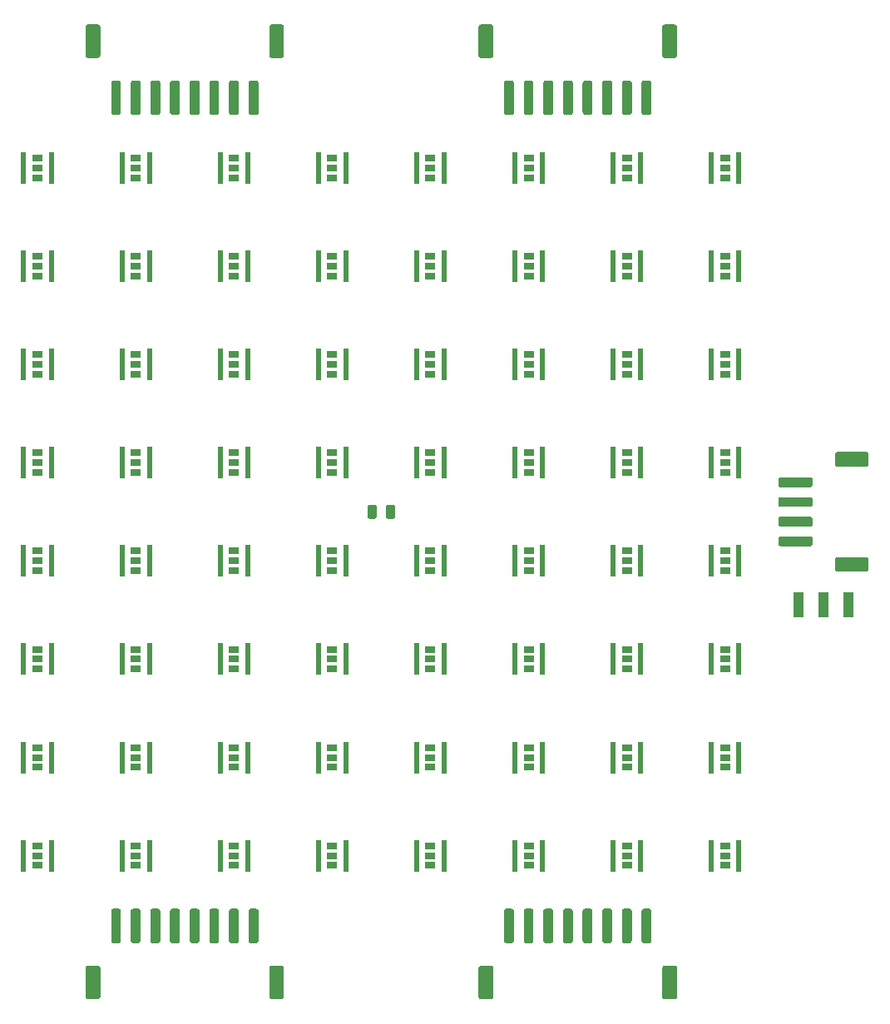
<source format=gbr>
G04 #@! TF.GenerationSoftware,KiCad,Pcbnew,(5.1.5)-3*
G04 #@! TF.CreationDate,2020-05-05T12:11:31+02:00*
G04 #@! TF.ProjectId,led_board,6c65645f-626f-4617-9264-2e6b69636164,rev?*
G04 #@! TF.SameCoordinates,Original*
G04 #@! TF.FileFunction,Paste,Top*
G04 #@! TF.FilePolarity,Positive*
%FSLAX46Y46*%
G04 Gerber Fmt 4.6, Leading zero omitted, Abs format (unit mm)*
G04 Created by KiCad (PCBNEW (5.1.5)-3) date 2020-05-05 12:11:31*
%MOMM*%
%LPD*%
G04 APERTURE LIST*
%ADD10C,0.100000*%
%ADD11R,1.000000X2.500000*%
%ADD12R,1.010000X0.750000*%
%ADD13R,0.500000X3.300000*%
G04 APERTURE END LIST*
D10*
G36*
X299374504Y-103901204D02*
G01*
X299398773Y-103904804D01*
X299422571Y-103910765D01*
X299445671Y-103919030D01*
X299467849Y-103929520D01*
X299488893Y-103942133D01*
X299508598Y-103956747D01*
X299526777Y-103973223D01*
X299543253Y-103991402D01*
X299557867Y-104011107D01*
X299570480Y-104032151D01*
X299580970Y-104054329D01*
X299589235Y-104077429D01*
X299595196Y-104101227D01*
X299598796Y-104125496D01*
X299600000Y-104150000D01*
X299600000Y-105150000D01*
X299598796Y-105174504D01*
X299595196Y-105198773D01*
X299589235Y-105222571D01*
X299580970Y-105245671D01*
X299570480Y-105267849D01*
X299557867Y-105288893D01*
X299543253Y-105308598D01*
X299526777Y-105326777D01*
X299508598Y-105343253D01*
X299488893Y-105357867D01*
X299467849Y-105370480D01*
X299445671Y-105380970D01*
X299422571Y-105389235D01*
X299398773Y-105395196D01*
X299374504Y-105398796D01*
X299350000Y-105400000D01*
X296450000Y-105400000D01*
X296425496Y-105398796D01*
X296401227Y-105395196D01*
X296377429Y-105389235D01*
X296354329Y-105380970D01*
X296332151Y-105370480D01*
X296311107Y-105357867D01*
X296291402Y-105343253D01*
X296273223Y-105326777D01*
X296256747Y-105308598D01*
X296242133Y-105288893D01*
X296229520Y-105267849D01*
X296219030Y-105245671D01*
X296210765Y-105222571D01*
X296204804Y-105198773D01*
X296201204Y-105174504D01*
X296200000Y-105150000D01*
X296200000Y-104150000D01*
X296201204Y-104125496D01*
X296204804Y-104101227D01*
X296210765Y-104077429D01*
X296219030Y-104054329D01*
X296229520Y-104032151D01*
X296242133Y-104011107D01*
X296256747Y-103991402D01*
X296273223Y-103973223D01*
X296291402Y-103956747D01*
X296311107Y-103942133D01*
X296332151Y-103929520D01*
X296354329Y-103919030D01*
X296377429Y-103910765D01*
X296401227Y-103904804D01*
X296425496Y-103901204D01*
X296450000Y-103900000D01*
X299350000Y-103900000D01*
X299374504Y-103901204D01*
G37*
G36*
X299374504Y-114601204D02*
G01*
X299398773Y-114604804D01*
X299422571Y-114610765D01*
X299445671Y-114619030D01*
X299467849Y-114629520D01*
X299488893Y-114642133D01*
X299508598Y-114656747D01*
X299526777Y-114673223D01*
X299543253Y-114691402D01*
X299557867Y-114711107D01*
X299570480Y-114732151D01*
X299580970Y-114754329D01*
X299589235Y-114777429D01*
X299595196Y-114801227D01*
X299598796Y-114825496D01*
X299600000Y-114850000D01*
X299600000Y-115850000D01*
X299598796Y-115874504D01*
X299595196Y-115898773D01*
X299589235Y-115922571D01*
X299580970Y-115945671D01*
X299570480Y-115967849D01*
X299557867Y-115988893D01*
X299543253Y-116008598D01*
X299526777Y-116026777D01*
X299508598Y-116043253D01*
X299488893Y-116057867D01*
X299467849Y-116070480D01*
X299445671Y-116080970D01*
X299422571Y-116089235D01*
X299398773Y-116095196D01*
X299374504Y-116098796D01*
X299350000Y-116100000D01*
X296450000Y-116100000D01*
X296425496Y-116098796D01*
X296401227Y-116095196D01*
X296377429Y-116089235D01*
X296354329Y-116080970D01*
X296332151Y-116070480D01*
X296311107Y-116057867D01*
X296291402Y-116043253D01*
X296273223Y-116026777D01*
X296256747Y-116008598D01*
X296242133Y-115988893D01*
X296229520Y-115967849D01*
X296219030Y-115945671D01*
X296210765Y-115922571D01*
X296204804Y-115898773D01*
X296201204Y-115874504D01*
X296200000Y-115850000D01*
X296200000Y-114850000D01*
X296201204Y-114825496D01*
X296204804Y-114801227D01*
X296210765Y-114777429D01*
X296219030Y-114754329D01*
X296229520Y-114732151D01*
X296242133Y-114711107D01*
X296256747Y-114691402D01*
X296273223Y-114673223D01*
X296291402Y-114656747D01*
X296311107Y-114642133D01*
X296332151Y-114629520D01*
X296354329Y-114619030D01*
X296377429Y-114610765D01*
X296401227Y-114604804D01*
X296425496Y-114601204D01*
X296450000Y-114600000D01*
X299350000Y-114600000D01*
X299374504Y-114601204D01*
G37*
G36*
X293674504Y-106501204D02*
G01*
X293698773Y-106504804D01*
X293722571Y-106510765D01*
X293745671Y-106519030D01*
X293767849Y-106529520D01*
X293788893Y-106542133D01*
X293808598Y-106556747D01*
X293826777Y-106573223D01*
X293843253Y-106591402D01*
X293857867Y-106611107D01*
X293870480Y-106632151D01*
X293880970Y-106654329D01*
X293889235Y-106677429D01*
X293895196Y-106701227D01*
X293898796Y-106725496D01*
X293900000Y-106750000D01*
X293900000Y-107250000D01*
X293898796Y-107274504D01*
X293895196Y-107298773D01*
X293889235Y-107322571D01*
X293880970Y-107345671D01*
X293870480Y-107367849D01*
X293857867Y-107388893D01*
X293843253Y-107408598D01*
X293826777Y-107426777D01*
X293808598Y-107443253D01*
X293788893Y-107457867D01*
X293767849Y-107470480D01*
X293745671Y-107480970D01*
X293722571Y-107489235D01*
X293698773Y-107495196D01*
X293674504Y-107498796D01*
X293650000Y-107500000D01*
X290650000Y-107500000D01*
X290625496Y-107498796D01*
X290601227Y-107495196D01*
X290577429Y-107489235D01*
X290554329Y-107480970D01*
X290532151Y-107470480D01*
X290511107Y-107457867D01*
X290491402Y-107443253D01*
X290473223Y-107426777D01*
X290456747Y-107408598D01*
X290442133Y-107388893D01*
X290429520Y-107367849D01*
X290419030Y-107345671D01*
X290410765Y-107322571D01*
X290404804Y-107298773D01*
X290401204Y-107274504D01*
X290400000Y-107250000D01*
X290400000Y-106750000D01*
X290401204Y-106725496D01*
X290404804Y-106701227D01*
X290410765Y-106677429D01*
X290419030Y-106654329D01*
X290429520Y-106632151D01*
X290442133Y-106611107D01*
X290456747Y-106591402D01*
X290473223Y-106573223D01*
X290491402Y-106556747D01*
X290511107Y-106542133D01*
X290532151Y-106529520D01*
X290554329Y-106519030D01*
X290577429Y-106510765D01*
X290601227Y-106504804D01*
X290625496Y-106501204D01*
X290650000Y-106500000D01*
X293650000Y-106500000D01*
X293674504Y-106501204D01*
G37*
G36*
X293674504Y-108501204D02*
G01*
X293698773Y-108504804D01*
X293722571Y-108510765D01*
X293745671Y-108519030D01*
X293767849Y-108529520D01*
X293788893Y-108542133D01*
X293808598Y-108556747D01*
X293826777Y-108573223D01*
X293843253Y-108591402D01*
X293857867Y-108611107D01*
X293870480Y-108632151D01*
X293880970Y-108654329D01*
X293889235Y-108677429D01*
X293895196Y-108701227D01*
X293898796Y-108725496D01*
X293900000Y-108750000D01*
X293900000Y-109250000D01*
X293898796Y-109274504D01*
X293895196Y-109298773D01*
X293889235Y-109322571D01*
X293880970Y-109345671D01*
X293870480Y-109367849D01*
X293857867Y-109388893D01*
X293843253Y-109408598D01*
X293826777Y-109426777D01*
X293808598Y-109443253D01*
X293788893Y-109457867D01*
X293767849Y-109470480D01*
X293745671Y-109480970D01*
X293722571Y-109489235D01*
X293698773Y-109495196D01*
X293674504Y-109498796D01*
X293650000Y-109500000D01*
X290650000Y-109500000D01*
X290625496Y-109498796D01*
X290601227Y-109495196D01*
X290577429Y-109489235D01*
X290554329Y-109480970D01*
X290532151Y-109470480D01*
X290511107Y-109457867D01*
X290491402Y-109443253D01*
X290473223Y-109426777D01*
X290456747Y-109408598D01*
X290442133Y-109388893D01*
X290429520Y-109367849D01*
X290419030Y-109345671D01*
X290410765Y-109322571D01*
X290404804Y-109298773D01*
X290401204Y-109274504D01*
X290400000Y-109250000D01*
X290400000Y-108750000D01*
X290401204Y-108725496D01*
X290404804Y-108701227D01*
X290410765Y-108677429D01*
X290419030Y-108654329D01*
X290429520Y-108632151D01*
X290442133Y-108611107D01*
X290456747Y-108591402D01*
X290473223Y-108573223D01*
X290491402Y-108556747D01*
X290511107Y-108542133D01*
X290532151Y-108529520D01*
X290554329Y-108519030D01*
X290577429Y-108510765D01*
X290601227Y-108504804D01*
X290625496Y-108501204D01*
X290650000Y-108500000D01*
X293650000Y-108500000D01*
X293674504Y-108501204D01*
G37*
G36*
X293674504Y-110501204D02*
G01*
X293698773Y-110504804D01*
X293722571Y-110510765D01*
X293745671Y-110519030D01*
X293767849Y-110529520D01*
X293788893Y-110542133D01*
X293808598Y-110556747D01*
X293826777Y-110573223D01*
X293843253Y-110591402D01*
X293857867Y-110611107D01*
X293870480Y-110632151D01*
X293880970Y-110654329D01*
X293889235Y-110677429D01*
X293895196Y-110701227D01*
X293898796Y-110725496D01*
X293900000Y-110750000D01*
X293900000Y-111250000D01*
X293898796Y-111274504D01*
X293895196Y-111298773D01*
X293889235Y-111322571D01*
X293880970Y-111345671D01*
X293870480Y-111367849D01*
X293857867Y-111388893D01*
X293843253Y-111408598D01*
X293826777Y-111426777D01*
X293808598Y-111443253D01*
X293788893Y-111457867D01*
X293767849Y-111470480D01*
X293745671Y-111480970D01*
X293722571Y-111489235D01*
X293698773Y-111495196D01*
X293674504Y-111498796D01*
X293650000Y-111500000D01*
X290650000Y-111500000D01*
X290625496Y-111498796D01*
X290601227Y-111495196D01*
X290577429Y-111489235D01*
X290554329Y-111480970D01*
X290532151Y-111470480D01*
X290511107Y-111457867D01*
X290491402Y-111443253D01*
X290473223Y-111426777D01*
X290456747Y-111408598D01*
X290442133Y-111388893D01*
X290429520Y-111367849D01*
X290419030Y-111345671D01*
X290410765Y-111322571D01*
X290404804Y-111298773D01*
X290401204Y-111274504D01*
X290400000Y-111250000D01*
X290400000Y-110750000D01*
X290401204Y-110725496D01*
X290404804Y-110701227D01*
X290410765Y-110677429D01*
X290419030Y-110654329D01*
X290429520Y-110632151D01*
X290442133Y-110611107D01*
X290456747Y-110591402D01*
X290473223Y-110573223D01*
X290491402Y-110556747D01*
X290511107Y-110542133D01*
X290532151Y-110529520D01*
X290554329Y-110519030D01*
X290577429Y-110510765D01*
X290601227Y-110504804D01*
X290625496Y-110501204D01*
X290650000Y-110500000D01*
X293650000Y-110500000D01*
X293674504Y-110501204D01*
G37*
G36*
X293674504Y-112501204D02*
G01*
X293698773Y-112504804D01*
X293722571Y-112510765D01*
X293745671Y-112519030D01*
X293767849Y-112529520D01*
X293788893Y-112542133D01*
X293808598Y-112556747D01*
X293826777Y-112573223D01*
X293843253Y-112591402D01*
X293857867Y-112611107D01*
X293870480Y-112632151D01*
X293880970Y-112654329D01*
X293889235Y-112677429D01*
X293895196Y-112701227D01*
X293898796Y-112725496D01*
X293900000Y-112750000D01*
X293900000Y-113250000D01*
X293898796Y-113274504D01*
X293895196Y-113298773D01*
X293889235Y-113322571D01*
X293880970Y-113345671D01*
X293870480Y-113367849D01*
X293857867Y-113388893D01*
X293843253Y-113408598D01*
X293826777Y-113426777D01*
X293808598Y-113443253D01*
X293788893Y-113457867D01*
X293767849Y-113470480D01*
X293745671Y-113480970D01*
X293722571Y-113489235D01*
X293698773Y-113495196D01*
X293674504Y-113498796D01*
X293650000Y-113500000D01*
X290650000Y-113500000D01*
X290625496Y-113498796D01*
X290601227Y-113495196D01*
X290577429Y-113489235D01*
X290554329Y-113480970D01*
X290532151Y-113470480D01*
X290511107Y-113457867D01*
X290491402Y-113443253D01*
X290473223Y-113426777D01*
X290456747Y-113408598D01*
X290442133Y-113388893D01*
X290429520Y-113367849D01*
X290419030Y-113345671D01*
X290410765Y-113322571D01*
X290404804Y-113298773D01*
X290401204Y-113274504D01*
X290400000Y-113250000D01*
X290400000Y-112750000D01*
X290401204Y-112725496D01*
X290404804Y-112701227D01*
X290410765Y-112677429D01*
X290419030Y-112654329D01*
X290429520Y-112632151D01*
X290442133Y-112611107D01*
X290456747Y-112591402D01*
X290473223Y-112573223D01*
X290491402Y-112556747D01*
X290511107Y-112542133D01*
X290532151Y-112529520D01*
X290554329Y-112519030D01*
X290577429Y-112510765D01*
X290601227Y-112504804D01*
X290625496Y-112501204D01*
X290650000Y-112500000D01*
X293650000Y-112500000D01*
X293674504Y-112501204D01*
G37*
D11*
X292460000Y-119475000D03*
X295000000Y-119475000D03*
X297540000Y-119475000D03*
D10*
G36*
X279874504Y-156201204D02*
G01*
X279898773Y-156204804D01*
X279922571Y-156210765D01*
X279945671Y-156219030D01*
X279967849Y-156229520D01*
X279988893Y-156242133D01*
X280008598Y-156256747D01*
X280026777Y-156273223D01*
X280043253Y-156291402D01*
X280057867Y-156311107D01*
X280070480Y-156332151D01*
X280080970Y-156354329D01*
X280089235Y-156377429D01*
X280095196Y-156401227D01*
X280098796Y-156425496D01*
X280100000Y-156450000D01*
X280100000Y-159350000D01*
X280098796Y-159374504D01*
X280095196Y-159398773D01*
X280089235Y-159422571D01*
X280080970Y-159445671D01*
X280070480Y-159467849D01*
X280057867Y-159488893D01*
X280043253Y-159508598D01*
X280026777Y-159526777D01*
X280008598Y-159543253D01*
X279988893Y-159557867D01*
X279967849Y-159570480D01*
X279945671Y-159580970D01*
X279922571Y-159589235D01*
X279898773Y-159595196D01*
X279874504Y-159598796D01*
X279850000Y-159600000D01*
X278850000Y-159600000D01*
X278825496Y-159598796D01*
X278801227Y-159595196D01*
X278777429Y-159589235D01*
X278754329Y-159580970D01*
X278732151Y-159570480D01*
X278711107Y-159557867D01*
X278691402Y-159543253D01*
X278673223Y-159526777D01*
X278656747Y-159508598D01*
X278642133Y-159488893D01*
X278629520Y-159467849D01*
X278619030Y-159445671D01*
X278610765Y-159422571D01*
X278604804Y-159398773D01*
X278601204Y-159374504D01*
X278600000Y-159350000D01*
X278600000Y-156450000D01*
X278601204Y-156425496D01*
X278604804Y-156401227D01*
X278610765Y-156377429D01*
X278619030Y-156354329D01*
X278629520Y-156332151D01*
X278642133Y-156311107D01*
X278656747Y-156291402D01*
X278673223Y-156273223D01*
X278691402Y-156256747D01*
X278711107Y-156242133D01*
X278732151Y-156229520D01*
X278754329Y-156219030D01*
X278777429Y-156210765D01*
X278801227Y-156204804D01*
X278825496Y-156201204D01*
X278850000Y-156200000D01*
X279850000Y-156200000D01*
X279874504Y-156201204D01*
G37*
G36*
X261174504Y-156201204D02*
G01*
X261198773Y-156204804D01*
X261222571Y-156210765D01*
X261245671Y-156219030D01*
X261267849Y-156229520D01*
X261288893Y-156242133D01*
X261308598Y-156256747D01*
X261326777Y-156273223D01*
X261343253Y-156291402D01*
X261357867Y-156311107D01*
X261370480Y-156332151D01*
X261380970Y-156354329D01*
X261389235Y-156377429D01*
X261395196Y-156401227D01*
X261398796Y-156425496D01*
X261400000Y-156450000D01*
X261400000Y-159350000D01*
X261398796Y-159374504D01*
X261395196Y-159398773D01*
X261389235Y-159422571D01*
X261380970Y-159445671D01*
X261370480Y-159467849D01*
X261357867Y-159488893D01*
X261343253Y-159508598D01*
X261326777Y-159526777D01*
X261308598Y-159543253D01*
X261288893Y-159557867D01*
X261267849Y-159570480D01*
X261245671Y-159580970D01*
X261222571Y-159589235D01*
X261198773Y-159595196D01*
X261174504Y-159598796D01*
X261150000Y-159600000D01*
X260150000Y-159600000D01*
X260125496Y-159598796D01*
X260101227Y-159595196D01*
X260077429Y-159589235D01*
X260054329Y-159580970D01*
X260032151Y-159570480D01*
X260011107Y-159557867D01*
X259991402Y-159543253D01*
X259973223Y-159526777D01*
X259956747Y-159508598D01*
X259942133Y-159488893D01*
X259929520Y-159467849D01*
X259919030Y-159445671D01*
X259910765Y-159422571D01*
X259904804Y-159398773D01*
X259901204Y-159374504D01*
X259900000Y-159350000D01*
X259900000Y-156450000D01*
X259901204Y-156425496D01*
X259904804Y-156401227D01*
X259910765Y-156377429D01*
X259919030Y-156354329D01*
X259929520Y-156332151D01*
X259942133Y-156311107D01*
X259956747Y-156291402D01*
X259973223Y-156273223D01*
X259991402Y-156256747D01*
X260011107Y-156242133D01*
X260032151Y-156229520D01*
X260054329Y-156219030D01*
X260077429Y-156210765D01*
X260101227Y-156204804D01*
X260125496Y-156201204D01*
X260150000Y-156200000D01*
X261150000Y-156200000D01*
X261174504Y-156201204D01*
G37*
G36*
X277274504Y-150401204D02*
G01*
X277298773Y-150404804D01*
X277322571Y-150410765D01*
X277345671Y-150419030D01*
X277367849Y-150429520D01*
X277388893Y-150442133D01*
X277408598Y-150456747D01*
X277426777Y-150473223D01*
X277443253Y-150491402D01*
X277457867Y-150511107D01*
X277470480Y-150532151D01*
X277480970Y-150554329D01*
X277489235Y-150577429D01*
X277495196Y-150601227D01*
X277498796Y-150625496D01*
X277500000Y-150650000D01*
X277500000Y-153650000D01*
X277498796Y-153674504D01*
X277495196Y-153698773D01*
X277489235Y-153722571D01*
X277480970Y-153745671D01*
X277470480Y-153767849D01*
X277457867Y-153788893D01*
X277443253Y-153808598D01*
X277426777Y-153826777D01*
X277408598Y-153843253D01*
X277388893Y-153857867D01*
X277367849Y-153870480D01*
X277345671Y-153880970D01*
X277322571Y-153889235D01*
X277298773Y-153895196D01*
X277274504Y-153898796D01*
X277250000Y-153900000D01*
X276750000Y-153900000D01*
X276725496Y-153898796D01*
X276701227Y-153895196D01*
X276677429Y-153889235D01*
X276654329Y-153880970D01*
X276632151Y-153870480D01*
X276611107Y-153857867D01*
X276591402Y-153843253D01*
X276573223Y-153826777D01*
X276556747Y-153808598D01*
X276542133Y-153788893D01*
X276529520Y-153767849D01*
X276519030Y-153745671D01*
X276510765Y-153722571D01*
X276504804Y-153698773D01*
X276501204Y-153674504D01*
X276500000Y-153650000D01*
X276500000Y-150650000D01*
X276501204Y-150625496D01*
X276504804Y-150601227D01*
X276510765Y-150577429D01*
X276519030Y-150554329D01*
X276529520Y-150532151D01*
X276542133Y-150511107D01*
X276556747Y-150491402D01*
X276573223Y-150473223D01*
X276591402Y-150456747D01*
X276611107Y-150442133D01*
X276632151Y-150429520D01*
X276654329Y-150419030D01*
X276677429Y-150410765D01*
X276701227Y-150404804D01*
X276725496Y-150401204D01*
X276750000Y-150400000D01*
X277250000Y-150400000D01*
X277274504Y-150401204D01*
G37*
G36*
X275274504Y-150401204D02*
G01*
X275298773Y-150404804D01*
X275322571Y-150410765D01*
X275345671Y-150419030D01*
X275367849Y-150429520D01*
X275388893Y-150442133D01*
X275408598Y-150456747D01*
X275426777Y-150473223D01*
X275443253Y-150491402D01*
X275457867Y-150511107D01*
X275470480Y-150532151D01*
X275480970Y-150554329D01*
X275489235Y-150577429D01*
X275495196Y-150601227D01*
X275498796Y-150625496D01*
X275500000Y-150650000D01*
X275500000Y-153650000D01*
X275498796Y-153674504D01*
X275495196Y-153698773D01*
X275489235Y-153722571D01*
X275480970Y-153745671D01*
X275470480Y-153767849D01*
X275457867Y-153788893D01*
X275443253Y-153808598D01*
X275426777Y-153826777D01*
X275408598Y-153843253D01*
X275388893Y-153857867D01*
X275367849Y-153870480D01*
X275345671Y-153880970D01*
X275322571Y-153889235D01*
X275298773Y-153895196D01*
X275274504Y-153898796D01*
X275250000Y-153900000D01*
X274750000Y-153900000D01*
X274725496Y-153898796D01*
X274701227Y-153895196D01*
X274677429Y-153889235D01*
X274654329Y-153880970D01*
X274632151Y-153870480D01*
X274611107Y-153857867D01*
X274591402Y-153843253D01*
X274573223Y-153826777D01*
X274556747Y-153808598D01*
X274542133Y-153788893D01*
X274529520Y-153767849D01*
X274519030Y-153745671D01*
X274510765Y-153722571D01*
X274504804Y-153698773D01*
X274501204Y-153674504D01*
X274500000Y-153650000D01*
X274500000Y-150650000D01*
X274501204Y-150625496D01*
X274504804Y-150601227D01*
X274510765Y-150577429D01*
X274519030Y-150554329D01*
X274529520Y-150532151D01*
X274542133Y-150511107D01*
X274556747Y-150491402D01*
X274573223Y-150473223D01*
X274591402Y-150456747D01*
X274611107Y-150442133D01*
X274632151Y-150429520D01*
X274654329Y-150419030D01*
X274677429Y-150410765D01*
X274701227Y-150404804D01*
X274725496Y-150401204D01*
X274750000Y-150400000D01*
X275250000Y-150400000D01*
X275274504Y-150401204D01*
G37*
G36*
X273274504Y-150401204D02*
G01*
X273298773Y-150404804D01*
X273322571Y-150410765D01*
X273345671Y-150419030D01*
X273367849Y-150429520D01*
X273388893Y-150442133D01*
X273408598Y-150456747D01*
X273426777Y-150473223D01*
X273443253Y-150491402D01*
X273457867Y-150511107D01*
X273470480Y-150532151D01*
X273480970Y-150554329D01*
X273489235Y-150577429D01*
X273495196Y-150601227D01*
X273498796Y-150625496D01*
X273500000Y-150650000D01*
X273500000Y-153650000D01*
X273498796Y-153674504D01*
X273495196Y-153698773D01*
X273489235Y-153722571D01*
X273480970Y-153745671D01*
X273470480Y-153767849D01*
X273457867Y-153788893D01*
X273443253Y-153808598D01*
X273426777Y-153826777D01*
X273408598Y-153843253D01*
X273388893Y-153857867D01*
X273367849Y-153870480D01*
X273345671Y-153880970D01*
X273322571Y-153889235D01*
X273298773Y-153895196D01*
X273274504Y-153898796D01*
X273250000Y-153900000D01*
X272750000Y-153900000D01*
X272725496Y-153898796D01*
X272701227Y-153895196D01*
X272677429Y-153889235D01*
X272654329Y-153880970D01*
X272632151Y-153870480D01*
X272611107Y-153857867D01*
X272591402Y-153843253D01*
X272573223Y-153826777D01*
X272556747Y-153808598D01*
X272542133Y-153788893D01*
X272529520Y-153767849D01*
X272519030Y-153745671D01*
X272510765Y-153722571D01*
X272504804Y-153698773D01*
X272501204Y-153674504D01*
X272500000Y-153650000D01*
X272500000Y-150650000D01*
X272501204Y-150625496D01*
X272504804Y-150601227D01*
X272510765Y-150577429D01*
X272519030Y-150554329D01*
X272529520Y-150532151D01*
X272542133Y-150511107D01*
X272556747Y-150491402D01*
X272573223Y-150473223D01*
X272591402Y-150456747D01*
X272611107Y-150442133D01*
X272632151Y-150429520D01*
X272654329Y-150419030D01*
X272677429Y-150410765D01*
X272701227Y-150404804D01*
X272725496Y-150401204D01*
X272750000Y-150400000D01*
X273250000Y-150400000D01*
X273274504Y-150401204D01*
G37*
G36*
X271274504Y-150401204D02*
G01*
X271298773Y-150404804D01*
X271322571Y-150410765D01*
X271345671Y-150419030D01*
X271367849Y-150429520D01*
X271388893Y-150442133D01*
X271408598Y-150456747D01*
X271426777Y-150473223D01*
X271443253Y-150491402D01*
X271457867Y-150511107D01*
X271470480Y-150532151D01*
X271480970Y-150554329D01*
X271489235Y-150577429D01*
X271495196Y-150601227D01*
X271498796Y-150625496D01*
X271500000Y-150650000D01*
X271500000Y-153650000D01*
X271498796Y-153674504D01*
X271495196Y-153698773D01*
X271489235Y-153722571D01*
X271480970Y-153745671D01*
X271470480Y-153767849D01*
X271457867Y-153788893D01*
X271443253Y-153808598D01*
X271426777Y-153826777D01*
X271408598Y-153843253D01*
X271388893Y-153857867D01*
X271367849Y-153870480D01*
X271345671Y-153880970D01*
X271322571Y-153889235D01*
X271298773Y-153895196D01*
X271274504Y-153898796D01*
X271250000Y-153900000D01*
X270750000Y-153900000D01*
X270725496Y-153898796D01*
X270701227Y-153895196D01*
X270677429Y-153889235D01*
X270654329Y-153880970D01*
X270632151Y-153870480D01*
X270611107Y-153857867D01*
X270591402Y-153843253D01*
X270573223Y-153826777D01*
X270556747Y-153808598D01*
X270542133Y-153788893D01*
X270529520Y-153767849D01*
X270519030Y-153745671D01*
X270510765Y-153722571D01*
X270504804Y-153698773D01*
X270501204Y-153674504D01*
X270500000Y-153650000D01*
X270500000Y-150650000D01*
X270501204Y-150625496D01*
X270504804Y-150601227D01*
X270510765Y-150577429D01*
X270519030Y-150554329D01*
X270529520Y-150532151D01*
X270542133Y-150511107D01*
X270556747Y-150491402D01*
X270573223Y-150473223D01*
X270591402Y-150456747D01*
X270611107Y-150442133D01*
X270632151Y-150429520D01*
X270654329Y-150419030D01*
X270677429Y-150410765D01*
X270701227Y-150404804D01*
X270725496Y-150401204D01*
X270750000Y-150400000D01*
X271250000Y-150400000D01*
X271274504Y-150401204D01*
G37*
G36*
X269274504Y-150401204D02*
G01*
X269298773Y-150404804D01*
X269322571Y-150410765D01*
X269345671Y-150419030D01*
X269367849Y-150429520D01*
X269388893Y-150442133D01*
X269408598Y-150456747D01*
X269426777Y-150473223D01*
X269443253Y-150491402D01*
X269457867Y-150511107D01*
X269470480Y-150532151D01*
X269480970Y-150554329D01*
X269489235Y-150577429D01*
X269495196Y-150601227D01*
X269498796Y-150625496D01*
X269500000Y-150650000D01*
X269500000Y-153650000D01*
X269498796Y-153674504D01*
X269495196Y-153698773D01*
X269489235Y-153722571D01*
X269480970Y-153745671D01*
X269470480Y-153767849D01*
X269457867Y-153788893D01*
X269443253Y-153808598D01*
X269426777Y-153826777D01*
X269408598Y-153843253D01*
X269388893Y-153857867D01*
X269367849Y-153870480D01*
X269345671Y-153880970D01*
X269322571Y-153889235D01*
X269298773Y-153895196D01*
X269274504Y-153898796D01*
X269250000Y-153900000D01*
X268750000Y-153900000D01*
X268725496Y-153898796D01*
X268701227Y-153895196D01*
X268677429Y-153889235D01*
X268654329Y-153880970D01*
X268632151Y-153870480D01*
X268611107Y-153857867D01*
X268591402Y-153843253D01*
X268573223Y-153826777D01*
X268556747Y-153808598D01*
X268542133Y-153788893D01*
X268529520Y-153767849D01*
X268519030Y-153745671D01*
X268510765Y-153722571D01*
X268504804Y-153698773D01*
X268501204Y-153674504D01*
X268500000Y-153650000D01*
X268500000Y-150650000D01*
X268501204Y-150625496D01*
X268504804Y-150601227D01*
X268510765Y-150577429D01*
X268519030Y-150554329D01*
X268529520Y-150532151D01*
X268542133Y-150511107D01*
X268556747Y-150491402D01*
X268573223Y-150473223D01*
X268591402Y-150456747D01*
X268611107Y-150442133D01*
X268632151Y-150429520D01*
X268654329Y-150419030D01*
X268677429Y-150410765D01*
X268701227Y-150404804D01*
X268725496Y-150401204D01*
X268750000Y-150400000D01*
X269250000Y-150400000D01*
X269274504Y-150401204D01*
G37*
G36*
X267274504Y-150401204D02*
G01*
X267298773Y-150404804D01*
X267322571Y-150410765D01*
X267345671Y-150419030D01*
X267367849Y-150429520D01*
X267388893Y-150442133D01*
X267408598Y-150456747D01*
X267426777Y-150473223D01*
X267443253Y-150491402D01*
X267457867Y-150511107D01*
X267470480Y-150532151D01*
X267480970Y-150554329D01*
X267489235Y-150577429D01*
X267495196Y-150601227D01*
X267498796Y-150625496D01*
X267500000Y-150650000D01*
X267500000Y-153650000D01*
X267498796Y-153674504D01*
X267495196Y-153698773D01*
X267489235Y-153722571D01*
X267480970Y-153745671D01*
X267470480Y-153767849D01*
X267457867Y-153788893D01*
X267443253Y-153808598D01*
X267426777Y-153826777D01*
X267408598Y-153843253D01*
X267388893Y-153857867D01*
X267367849Y-153870480D01*
X267345671Y-153880970D01*
X267322571Y-153889235D01*
X267298773Y-153895196D01*
X267274504Y-153898796D01*
X267250000Y-153900000D01*
X266750000Y-153900000D01*
X266725496Y-153898796D01*
X266701227Y-153895196D01*
X266677429Y-153889235D01*
X266654329Y-153880970D01*
X266632151Y-153870480D01*
X266611107Y-153857867D01*
X266591402Y-153843253D01*
X266573223Y-153826777D01*
X266556747Y-153808598D01*
X266542133Y-153788893D01*
X266529520Y-153767849D01*
X266519030Y-153745671D01*
X266510765Y-153722571D01*
X266504804Y-153698773D01*
X266501204Y-153674504D01*
X266500000Y-153650000D01*
X266500000Y-150650000D01*
X266501204Y-150625496D01*
X266504804Y-150601227D01*
X266510765Y-150577429D01*
X266519030Y-150554329D01*
X266529520Y-150532151D01*
X266542133Y-150511107D01*
X266556747Y-150491402D01*
X266573223Y-150473223D01*
X266591402Y-150456747D01*
X266611107Y-150442133D01*
X266632151Y-150429520D01*
X266654329Y-150419030D01*
X266677429Y-150410765D01*
X266701227Y-150404804D01*
X266725496Y-150401204D01*
X266750000Y-150400000D01*
X267250000Y-150400000D01*
X267274504Y-150401204D01*
G37*
G36*
X265274504Y-150401204D02*
G01*
X265298773Y-150404804D01*
X265322571Y-150410765D01*
X265345671Y-150419030D01*
X265367849Y-150429520D01*
X265388893Y-150442133D01*
X265408598Y-150456747D01*
X265426777Y-150473223D01*
X265443253Y-150491402D01*
X265457867Y-150511107D01*
X265470480Y-150532151D01*
X265480970Y-150554329D01*
X265489235Y-150577429D01*
X265495196Y-150601227D01*
X265498796Y-150625496D01*
X265500000Y-150650000D01*
X265500000Y-153650000D01*
X265498796Y-153674504D01*
X265495196Y-153698773D01*
X265489235Y-153722571D01*
X265480970Y-153745671D01*
X265470480Y-153767849D01*
X265457867Y-153788893D01*
X265443253Y-153808598D01*
X265426777Y-153826777D01*
X265408598Y-153843253D01*
X265388893Y-153857867D01*
X265367849Y-153870480D01*
X265345671Y-153880970D01*
X265322571Y-153889235D01*
X265298773Y-153895196D01*
X265274504Y-153898796D01*
X265250000Y-153900000D01*
X264750000Y-153900000D01*
X264725496Y-153898796D01*
X264701227Y-153895196D01*
X264677429Y-153889235D01*
X264654329Y-153880970D01*
X264632151Y-153870480D01*
X264611107Y-153857867D01*
X264591402Y-153843253D01*
X264573223Y-153826777D01*
X264556747Y-153808598D01*
X264542133Y-153788893D01*
X264529520Y-153767849D01*
X264519030Y-153745671D01*
X264510765Y-153722571D01*
X264504804Y-153698773D01*
X264501204Y-153674504D01*
X264500000Y-153650000D01*
X264500000Y-150650000D01*
X264501204Y-150625496D01*
X264504804Y-150601227D01*
X264510765Y-150577429D01*
X264519030Y-150554329D01*
X264529520Y-150532151D01*
X264542133Y-150511107D01*
X264556747Y-150491402D01*
X264573223Y-150473223D01*
X264591402Y-150456747D01*
X264611107Y-150442133D01*
X264632151Y-150429520D01*
X264654329Y-150419030D01*
X264677429Y-150410765D01*
X264701227Y-150404804D01*
X264725496Y-150401204D01*
X264750000Y-150400000D01*
X265250000Y-150400000D01*
X265274504Y-150401204D01*
G37*
G36*
X263274504Y-150401204D02*
G01*
X263298773Y-150404804D01*
X263322571Y-150410765D01*
X263345671Y-150419030D01*
X263367849Y-150429520D01*
X263388893Y-150442133D01*
X263408598Y-150456747D01*
X263426777Y-150473223D01*
X263443253Y-150491402D01*
X263457867Y-150511107D01*
X263470480Y-150532151D01*
X263480970Y-150554329D01*
X263489235Y-150577429D01*
X263495196Y-150601227D01*
X263498796Y-150625496D01*
X263500000Y-150650000D01*
X263500000Y-153650000D01*
X263498796Y-153674504D01*
X263495196Y-153698773D01*
X263489235Y-153722571D01*
X263480970Y-153745671D01*
X263470480Y-153767849D01*
X263457867Y-153788893D01*
X263443253Y-153808598D01*
X263426777Y-153826777D01*
X263408598Y-153843253D01*
X263388893Y-153857867D01*
X263367849Y-153870480D01*
X263345671Y-153880970D01*
X263322571Y-153889235D01*
X263298773Y-153895196D01*
X263274504Y-153898796D01*
X263250000Y-153900000D01*
X262750000Y-153900000D01*
X262725496Y-153898796D01*
X262701227Y-153895196D01*
X262677429Y-153889235D01*
X262654329Y-153880970D01*
X262632151Y-153870480D01*
X262611107Y-153857867D01*
X262591402Y-153843253D01*
X262573223Y-153826777D01*
X262556747Y-153808598D01*
X262542133Y-153788893D01*
X262529520Y-153767849D01*
X262519030Y-153745671D01*
X262510765Y-153722571D01*
X262504804Y-153698773D01*
X262501204Y-153674504D01*
X262500000Y-153650000D01*
X262500000Y-150650000D01*
X262501204Y-150625496D01*
X262504804Y-150601227D01*
X262510765Y-150577429D01*
X262519030Y-150554329D01*
X262529520Y-150532151D01*
X262542133Y-150511107D01*
X262556747Y-150491402D01*
X262573223Y-150473223D01*
X262591402Y-150456747D01*
X262611107Y-150442133D01*
X262632151Y-150429520D01*
X262654329Y-150419030D01*
X262677429Y-150410765D01*
X262701227Y-150404804D01*
X262725496Y-150401204D01*
X262750000Y-150400000D01*
X263250000Y-150400000D01*
X263274504Y-150401204D01*
G37*
G36*
X239874504Y-156201204D02*
G01*
X239898773Y-156204804D01*
X239922571Y-156210765D01*
X239945671Y-156219030D01*
X239967849Y-156229520D01*
X239988893Y-156242133D01*
X240008598Y-156256747D01*
X240026777Y-156273223D01*
X240043253Y-156291402D01*
X240057867Y-156311107D01*
X240070480Y-156332151D01*
X240080970Y-156354329D01*
X240089235Y-156377429D01*
X240095196Y-156401227D01*
X240098796Y-156425496D01*
X240100000Y-156450000D01*
X240100000Y-159350000D01*
X240098796Y-159374504D01*
X240095196Y-159398773D01*
X240089235Y-159422571D01*
X240080970Y-159445671D01*
X240070480Y-159467849D01*
X240057867Y-159488893D01*
X240043253Y-159508598D01*
X240026777Y-159526777D01*
X240008598Y-159543253D01*
X239988893Y-159557867D01*
X239967849Y-159570480D01*
X239945671Y-159580970D01*
X239922571Y-159589235D01*
X239898773Y-159595196D01*
X239874504Y-159598796D01*
X239850000Y-159600000D01*
X238850000Y-159600000D01*
X238825496Y-159598796D01*
X238801227Y-159595196D01*
X238777429Y-159589235D01*
X238754329Y-159580970D01*
X238732151Y-159570480D01*
X238711107Y-159557867D01*
X238691402Y-159543253D01*
X238673223Y-159526777D01*
X238656747Y-159508598D01*
X238642133Y-159488893D01*
X238629520Y-159467849D01*
X238619030Y-159445671D01*
X238610765Y-159422571D01*
X238604804Y-159398773D01*
X238601204Y-159374504D01*
X238600000Y-159350000D01*
X238600000Y-156450000D01*
X238601204Y-156425496D01*
X238604804Y-156401227D01*
X238610765Y-156377429D01*
X238619030Y-156354329D01*
X238629520Y-156332151D01*
X238642133Y-156311107D01*
X238656747Y-156291402D01*
X238673223Y-156273223D01*
X238691402Y-156256747D01*
X238711107Y-156242133D01*
X238732151Y-156229520D01*
X238754329Y-156219030D01*
X238777429Y-156210765D01*
X238801227Y-156204804D01*
X238825496Y-156201204D01*
X238850000Y-156200000D01*
X239850000Y-156200000D01*
X239874504Y-156201204D01*
G37*
G36*
X221174504Y-156201204D02*
G01*
X221198773Y-156204804D01*
X221222571Y-156210765D01*
X221245671Y-156219030D01*
X221267849Y-156229520D01*
X221288893Y-156242133D01*
X221308598Y-156256747D01*
X221326777Y-156273223D01*
X221343253Y-156291402D01*
X221357867Y-156311107D01*
X221370480Y-156332151D01*
X221380970Y-156354329D01*
X221389235Y-156377429D01*
X221395196Y-156401227D01*
X221398796Y-156425496D01*
X221400000Y-156450000D01*
X221400000Y-159350000D01*
X221398796Y-159374504D01*
X221395196Y-159398773D01*
X221389235Y-159422571D01*
X221380970Y-159445671D01*
X221370480Y-159467849D01*
X221357867Y-159488893D01*
X221343253Y-159508598D01*
X221326777Y-159526777D01*
X221308598Y-159543253D01*
X221288893Y-159557867D01*
X221267849Y-159570480D01*
X221245671Y-159580970D01*
X221222571Y-159589235D01*
X221198773Y-159595196D01*
X221174504Y-159598796D01*
X221150000Y-159600000D01*
X220150000Y-159600000D01*
X220125496Y-159598796D01*
X220101227Y-159595196D01*
X220077429Y-159589235D01*
X220054329Y-159580970D01*
X220032151Y-159570480D01*
X220011107Y-159557867D01*
X219991402Y-159543253D01*
X219973223Y-159526777D01*
X219956747Y-159508598D01*
X219942133Y-159488893D01*
X219929520Y-159467849D01*
X219919030Y-159445671D01*
X219910765Y-159422571D01*
X219904804Y-159398773D01*
X219901204Y-159374504D01*
X219900000Y-159350000D01*
X219900000Y-156450000D01*
X219901204Y-156425496D01*
X219904804Y-156401227D01*
X219910765Y-156377429D01*
X219919030Y-156354329D01*
X219929520Y-156332151D01*
X219942133Y-156311107D01*
X219956747Y-156291402D01*
X219973223Y-156273223D01*
X219991402Y-156256747D01*
X220011107Y-156242133D01*
X220032151Y-156229520D01*
X220054329Y-156219030D01*
X220077429Y-156210765D01*
X220101227Y-156204804D01*
X220125496Y-156201204D01*
X220150000Y-156200000D01*
X221150000Y-156200000D01*
X221174504Y-156201204D01*
G37*
G36*
X237274504Y-150401204D02*
G01*
X237298773Y-150404804D01*
X237322571Y-150410765D01*
X237345671Y-150419030D01*
X237367849Y-150429520D01*
X237388893Y-150442133D01*
X237408598Y-150456747D01*
X237426777Y-150473223D01*
X237443253Y-150491402D01*
X237457867Y-150511107D01*
X237470480Y-150532151D01*
X237480970Y-150554329D01*
X237489235Y-150577429D01*
X237495196Y-150601227D01*
X237498796Y-150625496D01*
X237500000Y-150650000D01*
X237500000Y-153650000D01*
X237498796Y-153674504D01*
X237495196Y-153698773D01*
X237489235Y-153722571D01*
X237480970Y-153745671D01*
X237470480Y-153767849D01*
X237457867Y-153788893D01*
X237443253Y-153808598D01*
X237426777Y-153826777D01*
X237408598Y-153843253D01*
X237388893Y-153857867D01*
X237367849Y-153870480D01*
X237345671Y-153880970D01*
X237322571Y-153889235D01*
X237298773Y-153895196D01*
X237274504Y-153898796D01*
X237250000Y-153900000D01*
X236750000Y-153900000D01*
X236725496Y-153898796D01*
X236701227Y-153895196D01*
X236677429Y-153889235D01*
X236654329Y-153880970D01*
X236632151Y-153870480D01*
X236611107Y-153857867D01*
X236591402Y-153843253D01*
X236573223Y-153826777D01*
X236556747Y-153808598D01*
X236542133Y-153788893D01*
X236529520Y-153767849D01*
X236519030Y-153745671D01*
X236510765Y-153722571D01*
X236504804Y-153698773D01*
X236501204Y-153674504D01*
X236500000Y-153650000D01*
X236500000Y-150650000D01*
X236501204Y-150625496D01*
X236504804Y-150601227D01*
X236510765Y-150577429D01*
X236519030Y-150554329D01*
X236529520Y-150532151D01*
X236542133Y-150511107D01*
X236556747Y-150491402D01*
X236573223Y-150473223D01*
X236591402Y-150456747D01*
X236611107Y-150442133D01*
X236632151Y-150429520D01*
X236654329Y-150419030D01*
X236677429Y-150410765D01*
X236701227Y-150404804D01*
X236725496Y-150401204D01*
X236750000Y-150400000D01*
X237250000Y-150400000D01*
X237274504Y-150401204D01*
G37*
G36*
X235274504Y-150401204D02*
G01*
X235298773Y-150404804D01*
X235322571Y-150410765D01*
X235345671Y-150419030D01*
X235367849Y-150429520D01*
X235388893Y-150442133D01*
X235408598Y-150456747D01*
X235426777Y-150473223D01*
X235443253Y-150491402D01*
X235457867Y-150511107D01*
X235470480Y-150532151D01*
X235480970Y-150554329D01*
X235489235Y-150577429D01*
X235495196Y-150601227D01*
X235498796Y-150625496D01*
X235500000Y-150650000D01*
X235500000Y-153650000D01*
X235498796Y-153674504D01*
X235495196Y-153698773D01*
X235489235Y-153722571D01*
X235480970Y-153745671D01*
X235470480Y-153767849D01*
X235457867Y-153788893D01*
X235443253Y-153808598D01*
X235426777Y-153826777D01*
X235408598Y-153843253D01*
X235388893Y-153857867D01*
X235367849Y-153870480D01*
X235345671Y-153880970D01*
X235322571Y-153889235D01*
X235298773Y-153895196D01*
X235274504Y-153898796D01*
X235250000Y-153900000D01*
X234750000Y-153900000D01*
X234725496Y-153898796D01*
X234701227Y-153895196D01*
X234677429Y-153889235D01*
X234654329Y-153880970D01*
X234632151Y-153870480D01*
X234611107Y-153857867D01*
X234591402Y-153843253D01*
X234573223Y-153826777D01*
X234556747Y-153808598D01*
X234542133Y-153788893D01*
X234529520Y-153767849D01*
X234519030Y-153745671D01*
X234510765Y-153722571D01*
X234504804Y-153698773D01*
X234501204Y-153674504D01*
X234500000Y-153650000D01*
X234500000Y-150650000D01*
X234501204Y-150625496D01*
X234504804Y-150601227D01*
X234510765Y-150577429D01*
X234519030Y-150554329D01*
X234529520Y-150532151D01*
X234542133Y-150511107D01*
X234556747Y-150491402D01*
X234573223Y-150473223D01*
X234591402Y-150456747D01*
X234611107Y-150442133D01*
X234632151Y-150429520D01*
X234654329Y-150419030D01*
X234677429Y-150410765D01*
X234701227Y-150404804D01*
X234725496Y-150401204D01*
X234750000Y-150400000D01*
X235250000Y-150400000D01*
X235274504Y-150401204D01*
G37*
G36*
X233274504Y-150401204D02*
G01*
X233298773Y-150404804D01*
X233322571Y-150410765D01*
X233345671Y-150419030D01*
X233367849Y-150429520D01*
X233388893Y-150442133D01*
X233408598Y-150456747D01*
X233426777Y-150473223D01*
X233443253Y-150491402D01*
X233457867Y-150511107D01*
X233470480Y-150532151D01*
X233480970Y-150554329D01*
X233489235Y-150577429D01*
X233495196Y-150601227D01*
X233498796Y-150625496D01*
X233500000Y-150650000D01*
X233500000Y-153650000D01*
X233498796Y-153674504D01*
X233495196Y-153698773D01*
X233489235Y-153722571D01*
X233480970Y-153745671D01*
X233470480Y-153767849D01*
X233457867Y-153788893D01*
X233443253Y-153808598D01*
X233426777Y-153826777D01*
X233408598Y-153843253D01*
X233388893Y-153857867D01*
X233367849Y-153870480D01*
X233345671Y-153880970D01*
X233322571Y-153889235D01*
X233298773Y-153895196D01*
X233274504Y-153898796D01*
X233250000Y-153900000D01*
X232750000Y-153900000D01*
X232725496Y-153898796D01*
X232701227Y-153895196D01*
X232677429Y-153889235D01*
X232654329Y-153880970D01*
X232632151Y-153870480D01*
X232611107Y-153857867D01*
X232591402Y-153843253D01*
X232573223Y-153826777D01*
X232556747Y-153808598D01*
X232542133Y-153788893D01*
X232529520Y-153767849D01*
X232519030Y-153745671D01*
X232510765Y-153722571D01*
X232504804Y-153698773D01*
X232501204Y-153674504D01*
X232500000Y-153650000D01*
X232500000Y-150650000D01*
X232501204Y-150625496D01*
X232504804Y-150601227D01*
X232510765Y-150577429D01*
X232519030Y-150554329D01*
X232529520Y-150532151D01*
X232542133Y-150511107D01*
X232556747Y-150491402D01*
X232573223Y-150473223D01*
X232591402Y-150456747D01*
X232611107Y-150442133D01*
X232632151Y-150429520D01*
X232654329Y-150419030D01*
X232677429Y-150410765D01*
X232701227Y-150404804D01*
X232725496Y-150401204D01*
X232750000Y-150400000D01*
X233250000Y-150400000D01*
X233274504Y-150401204D01*
G37*
G36*
X231274504Y-150401204D02*
G01*
X231298773Y-150404804D01*
X231322571Y-150410765D01*
X231345671Y-150419030D01*
X231367849Y-150429520D01*
X231388893Y-150442133D01*
X231408598Y-150456747D01*
X231426777Y-150473223D01*
X231443253Y-150491402D01*
X231457867Y-150511107D01*
X231470480Y-150532151D01*
X231480970Y-150554329D01*
X231489235Y-150577429D01*
X231495196Y-150601227D01*
X231498796Y-150625496D01*
X231500000Y-150650000D01*
X231500000Y-153650000D01*
X231498796Y-153674504D01*
X231495196Y-153698773D01*
X231489235Y-153722571D01*
X231480970Y-153745671D01*
X231470480Y-153767849D01*
X231457867Y-153788893D01*
X231443253Y-153808598D01*
X231426777Y-153826777D01*
X231408598Y-153843253D01*
X231388893Y-153857867D01*
X231367849Y-153870480D01*
X231345671Y-153880970D01*
X231322571Y-153889235D01*
X231298773Y-153895196D01*
X231274504Y-153898796D01*
X231250000Y-153900000D01*
X230750000Y-153900000D01*
X230725496Y-153898796D01*
X230701227Y-153895196D01*
X230677429Y-153889235D01*
X230654329Y-153880970D01*
X230632151Y-153870480D01*
X230611107Y-153857867D01*
X230591402Y-153843253D01*
X230573223Y-153826777D01*
X230556747Y-153808598D01*
X230542133Y-153788893D01*
X230529520Y-153767849D01*
X230519030Y-153745671D01*
X230510765Y-153722571D01*
X230504804Y-153698773D01*
X230501204Y-153674504D01*
X230500000Y-153650000D01*
X230500000Y-150650000D01*
X230501204Y-150625496D01*
X230504804Y-150601227D01*
X230510765Y-150577429D01*
X230519030Y-150554329D01*
X230529520Y-150532151D01*
X230542133Y-150511107D01*
X230556747Y-150491402D01*
X230573223Y-150473223D01*
X230591402Y-150456747D01*
X230611107Y-150442133D01*
X230632151Y-150429520D01*
X230654329Y-150419030D01*
X230677429Y-150410765D01*
X230701227Y-150404804D01*
X230725496Y-150401204D01*
X230750000Y-150400000D01*
X231250000Y-150400000D01*
X231274504Y-150401204D01*
G37*
G36*
X229274504Y-150401204D02*
G01*
X229298773Y-150404804D01*
X229322571Y-150410765D01*
X229345671Y-150419030D01*
X229367849Y-150429520D01*
X229388893Y-150442133D01*
X229408598Y-150456747D01*
X229426777Y-150473223D01*
X229443253Y-150491402D01*
X229457867Y-150511107D01*
X229470480Y-150532151D01*
X229480970Y-150554329D01*
X229489235Y-150577429D01*
X229495196Y-150601227D01*
X229498796Y-150625496D01*
X229500000Y-150650000D01*
X229500000Y-153650000D01*
X229498796Y-153674504D01*
X229495196Y-153698773D01*
X229489235Y-153722571D01*
X229480970Y-153745671D01*
X229470480Y-153767849D01*
X229457867Y-153788893D01*
X229443253Y-153808598D01*
X229426777Y-153826777D01*
X229408598Y-153843253D01*
X229388893Y-153857867D01*
X229367849Y-153870480D01*
X229345671Y-153880970D01*
X229322571Y-153889235D01*
X229298773Y-153895196D01*
X229274504Y-153898796D01*
X229250000Y-153900000D01*
X228750000Y-153900000D01*
X228725496Y-153898796D01*
X228701227Y-153895196D01*
X228677429Y-153889235D01*
X228654329Y-153880970D01*
X228632151Y-153870480D01*
X228611107Y-153857867D01*
X228591402Y-153843253D01*
X228573223Y-153826777D01*
X228556747Y-153808598D01*
X228542133Y-153788893D01*
X228529520Y-153767849D01*
X228519030Y-153745671D01*
X228510765Y-153722571D01*
X228504804Y-153698773D01*
X228501204Y-153674504D01*
X228500000Y-153650000D01*
X228500000Y-150650000D01*
X228501204Y-150625496D01*
X228504804Y-150601227D01*
X228510765Y-150577429D01*
X228519030Y-150554329D01*
X228529520Y-150532151D01*
X228542133Y-150511107D01*
X228556747Y-150491402D01*
X228573223Y-150473223D01*
X228591402Y-150456747D01*
X228611107Y-150442133D01*
X228632151Y-150429520D01*
X228654329Y-150419030D01*
X228677429Y-150410765D01*
X228701227Y-150404804D01*
X228725496Y-150401204D01*
X228750000Y-150400000D01*
X229250000Y-150400000D01*
X229274504Y-150401204D01*
G37*
G36*
X227274504Y-150401204D02*
G01*
X227298773Y-150404804D01*
X227322571Y-150410765D01*
X227345671Y-150419030D01*
X227367849Y-150429520D01*
X227388893Y-150442133D01*
X227408598Y-150456747D01*
X227426777Y-150473223D01*
X227443253Y-150491402D01*
X227457867Y-150511107D01*
X227470480Y-150532151D01*
X227480970Y-150554329D01*
X227489235Y-150577429D01*
X227495196Y-150601227D01*
X227498796Y-150625496D01*
X227500000Y-150650000D01*
X227500000Y-153650000D01*
X227498796Y-153674504D01*
X227495196Y-153698773D01*
X227489235Y-153722571D01*
X227480970Y-153745671D01*
X227470480Y-153767849D01*
X227457867Y-153788893D01*
X227443253Y-153808598D01*
X227426777Y-153826777D01*
X227408598Y-153843253D01*
X227388893Y-153857867D01*
X227367849Y-153870480D01*
X227345671Y-153880970D01*
X227322571Y-153889235D01*
X227298773Y-153895196D01*
X227274504Y-153898796D01*
X227250000Y-153900000D01*
X226750000Y-153900000D01*
X226725496Y-153898796D01*
X226701227Y-153895196D01*
X226677429Y-153889235D01*
X226654329Y-153880970D01*
X226632151Y-153870480D01*
X226611107Y-153857867D01*
X226591402Y-153843253D01*
X226573223Y-153826777D01*
X226556747Y-153808598D01*
X226542133Y-153788893D01*
X226529520Y-153767849D01*
X226519030Y-153745671D01*
X226510765Y-153722571D01*
X226504804Y-153698773D01*
X226501204Y-153674504D01*
X226500000Y-153650000D01*
X226500000Y-150650000D01*
X226501204Y-150625496D01*
X226504804Y-150601227D01*
X226510765Y-150577429D01*
X226519030Y-150554329D01*
X226529520Y-150532151D01*
X226542133Y-150511107D01*
X226556747Y-150491402D01*
X226573223Y-150473223D01*
X226591402Y-150456747D01*
X226611107Y-150442133D01*
X226632151Y-150429520D01*
X226654329Y-150419030D01*
X226677429Y-150410765D01*
X226701227Y-150404804D01*
X226725496Y-150401204D01*
X226750000Y-150400000D01*
X227250000Y-150400000D01*
X227274504Y-150401204D01*
G37*
G36*
X225274504Y-150401204D02*
G01*
X225298773Y-150404804D01*
X225322571Y-150410765D01*
X225345671Y-150419030D01*
X225367849Y-150429520D01*
X225388893Y-150442133D01*
X225408598Y-150456747D01*
X225426777Y-150473223D01*
X225443253Y-150491402D01*
X225457867Y-150511107D01*
X225470480Y-150532151D01*
X225480970Y-150554329D01*
X225489235Y-150577429D01*
X225495196Y-150601227D01*
X225498796Y-150625496D01*
X225500000Y-150650000D01*
X225500000Y-153650000D01*
X225498796Y-153674504D01*
X225495196Y-153698773D01*
X225489235Y-153722571D01*
X225480970Y-153745671D01*
X225470480Y-153767849D01*
X225457867Y-153788893D01*
X225443253Y-153808598D01*
X225426777Y-153826777D01*
X225408598Y-153843253D01*
X225388893Y-153857867D01*
X225367849Y-153870480D01*
X225345671Y-153880970D01*
X225322571Y-153889235D01*
X225298773Y-153895196D01*
X225274504Y-153898796D01*
X225250000Y-153900000D01*
X224750000Y-153900000D01*
X224725496Y-153898796D01*
X224701227Y-153895196D01*
X224677429Y-153889235D01*
X224654329Y-153880970D01*
X224632151Y-153870480D01*
X224611107Y-153857867D01*
X224591402Y-153843253D01*
X224573223Y-153826777D01*
X224556747Y-153808598D01*
X224542133Y-153788893D01*
X224529520Y-153767849D01*
X224519030Y-153745671D01*
X224510765Y-153722571D01*
X224504804Y-153698773D01*
X224501204Y-153674504D01*
X224500000Y-153650000D01*
X224500000Y-150650000D01*
X224501204Y-150625496D01*
X224504804Y-150601227D01*
X224510765Y-150577429D01*
X224519030Y-150554329D01*
X224529520Y-150532151D01*
X224542133Y-150511107D01*
X224556747Y-150491402D01*
X224573223Y-150473223D01*
X224591402Y-150456747D01*
X224611107Y-150442133D01*
X224632151Y-150429520D01*
X224654329Y-150419030D01*
X224677429Y-150410765D01*
X224701227Y-150404804D01*
X224725496Y-150401204D01*
X224750000Y-150400000D01*
X225250000Y-150400000D01*
X225274504Y-150401204D01*
G37*
G36*
X223274504Y-150401204D02*
G01*
X223298773Y-150404804D01*
X223322571Y-150410765D01*
X223345671Y-150419030D01*
X223367849Y-150429520D01*
X223388893Y-150442133D01*
X223408598Y-150456747D01*
X223426777Y-150473223D01*
X223443253Y-150491402D01*
X223457867Y-150511107D01*
X223470480Y-150532151D01*
X223480970Y-150554329D01*
X223489235Y-150577429D01*
X223495196Y-150601227D01*
X223498796Y-150625496D01*
X223500000Y-150650000D01*
X223500000Y-153650000D01*
X223498796Y-153674504D01*
X223495196Y-153698773D01*
X223489235Y-153722571D01*
X223480970Y-153745671D01*
X223470480Y-153767849D01*
X223457867Y-153788893D01*
X223443253Y-153808598D01*
X223426777Y-153826777D01*
X223408598Y-153843253D01*
X223388893Y-153857867D01*
X223367849Y-153870480D01*
X223345671Y-153880970D01*
X223322571Y-153889235D01*
X223298773Y-153895196D01*
X223274504Y-153898796D01*
X223250000Y-153900000D01*
X222750000Y-153900000D01*
X222725496Y-153898796D01*
X222701227Y-153895196D01*
X222677429Y-153889235D01*
X222654329Y-153880970D01*
X222632151Y-153870480D01*
X222611107Y-153857867D01*
X222591402Y-153843253D01*
X222573223Y-153826777D01*
X222556747Y-153808598D01*
X222542133Y-153788893D01*
X222529520Y-153767849D01*
X222519030Y-153745671D01*
X222510765Y-153722571D01*
X222504804Y-153698773D01*
X222501204Y-153674504D01*
X222500000Y-153650000D01*
X222500000Y-150650000D01*
X222501204Y-150625496D01*
X222504804Y-150601227D01*
X222510765Y-150577429D01*
X222519030Y-150554329D01*
X222529520Y-150532151D01*
X222542133Y-150511107D01*
X222556747Y-150491402D01*
X222573223Y-150473223D01*
X222591402Y-150456747D01*
X222611107Y-150442133D01*
X222632151Y-150429520D01*
X222654329Y-150419030D01*
X222677429Y-150410765D01*
X222701227Y-150404804D01*
X222725496Y-150401204D01*
X222750000Y-150400000D01*
X223250000Y-150400000D01*
X223274504Y-150401204D01*
G37*
G36*
X261174504Y-60401204D02*
G01*
X261198773Y-60404804D01*
X261222571Y-60410765D01*
X261245671Y-60419030D01*
X261267849Y-60429520D01*
X261288893Y-60442133D01*
X261308598Y-60456747D01*
X261326777Y-60473223D01*
X261343253Y-60491402D01*
X261357867Y-60511107D01*
X261370480Y-60532151D01*
X261380970Y-60554329D01*
X261389235Y-60577429D01*
X261395196Y-60601227D01*
X261398796Y-60625496D01*
X261400000Y-60650000D01*
X261400000Y-63550000D01*
X261398796Y-63574504D01*
X261395196Y-63598773D01*
X261389235Y-63622571D01*
X261380970Y-63645671D01*
X261370480Y-63667849D01*
X261357867Y-63688893D01*
X261343253Y-63708598D01*
X261326777Y-63726777D01*
X261308598Y-63743253D01*
X261288893Y-63757867D01*
X261267849Y-63770480D01*
X261245671Y-63780970D01*
X261222571Y-63789235D01*
X261198773Y-63795196D01*
X261174504Y-63798796D01*
X261150000Y-63800000D01*
X260150000Y-63800000D01*
X260125496Y-63798796D01*
X260101227Y-63795196D01*
X260077429Y-63789235D01*
X260054329Y-63780970D01*
X260032151Y-63770480D01*
X260011107Y-63757867D01*
X259991402Y-63743253D01*
X259973223Y-63726777D01*
X259956747Y-63708598D01*
X259942133Y-63688893D01*
X259929520Y-63667849D01*
X259919030Y-63645671D01*
X259910765Y-63622571D01*
X259904804Y-63598773D01*
X259901204Y-63574504D01*
X259900000Y-63550000D01*
X259900000Y-60650000D01*
X259901204Y-60625496D01*
X259904804Y-60601227D01*
X259910765Y-60577429D01*
X259919030Y-60554329D01*
X259929520Y-60532151D01*
X259942133Y-60511107D01*
X259956747Y-60491402D01*
X259973223Y-60473223D01*
X259991402Y-60456747D01*
X260011107Y-60442133D01*
X260032151Y-60429520D01*
X260054329Y-60419030D01*
X260077429Y-60410765D01*
X260101227Y-60404804D01*
X260125496Y-60401204D01*
X260150000Y-60400000D01*
X261150000Y-60400000D01*
X261174504Y-60401204D01*
G37*
G36*
X279874504Y-60401204D02*
G01*
X279898773Y-60404804D01*
X279922571Y-60410765D01*
X279945671Y-60419030D01*
X279967849Y-60429520D01*
X279988893Y-60442133D01*
X280008598Y-60456747D01*
X280026777Y-60473223D01*
X280043253Y-60491402D01*
X280057867Y-60511107D01*
X280070480Y-60532151D01*
X280080970Y-60554329D01*
X280089235Y-60577429D01*
X280095196Y-60601227D01*
X280098796Y-60625496D01*
X280100000Y-60650000D01*
X280100000Y-63550000D01*
X280098796Y-63574504D01*
X280095196Y-63598773D01*
X280089235Y-63622571D01*
X280080970Y-63645671D01*
X280070480Y-63667849D01*
X280057867Y-63688893D01*
X280043253Y-63708598D01*
X280026777Y-63726777D01*
X280008598Y-63743253D01*
X279988893Y-63757867D01*
X279967849Y-63770480D01*
X279945671Y-63780970D01*
X279922571Y-63789235D01*
X279898773Y-63795196D01*
X279874504Y-63798796D01*
X279850000Y-63800000D01*
X278850000Y-63800000D01*
X278825496Y-63798796D01*
X278801227Y-63795196D01*
X278777429Y-63789235D01*
X278754329Y-63780970D01*
X278732151Y-63770480D01*
X278711107Y-63757867D01*
X278691402Y-63743253D01*
X278673223Y-63726777D01*
X278656747Y-63708598D01*
X278642133Y-63688893D01*
X278629520Y-63667849D01*
X278619030Y-63645671D01*
X278610765Y-63622571D01*
X278604804Y-63598773D01*
X278601204Y-63574504D01*
X278600000Y-63550000D01*
X278600000Y-60650000D01*
X278601204Y-60625496D01*
X278604804Y-60601227D01*
X278610765Y-60577429D01*
X278619030Y-60554329D01*
X278629520Y-60532151D01*
X278642133Y-60511107D01*
X278656747Y-60491402D01*
X278673223Y-60473223D01*
X278691402Y-60456747D01*
X278711107Y-60442133D01*
X278732151Y-60429520D01*
X278754329Y-60419030D01*
X278777429Y-60410765D01*
X278801227Y-60404804D01*
X278825496Y-60401204D01*
X278850000Y-60400000D01*
X279850000Y-60400000D01*
X279874504Y-60401204D01*
G37*
G36*
X263274504Y-66101204D02*
G01*
X263298773Y-66104804D01*
X263322571Y-66110765D01*
X263345671Y-66119030D01*
X263367849Y-66129520D01*
X263388893Y-66142133D01*
X263408598Y-66156747D01*
X263426777Y-66173223D01*
X263443253Y-66191402D01*
X263457867Y-66211107D01*
X263470480Y-66232151D01*
X263480970Y-66254329D01*
X263489235Y-66277429D01*
X263495196Y-66301227D01*
X263498796Y-66325496D01*
X263500000Y-66350000D01*
X263500000Y-69350000D01*
X263498796Y-69374504D01*
X263495196Y-69398773D01*
X263489235Y-69422571D01*
X263480970Y-69445671D01*
X263470480Y-69467849D01*
X263457867Y-69488893D01*
X263443253Y-69508598D01*
X263426777Y-69526777D01*
X263408598Y-69543253D01*
X263388893Y-69557867D01*
X263367849Y-69570480D01*
X263345671Y-69580970D01*
X263322571Y-69589235D01*
X263298773Y-69595196D01*
X263274504Y-69598796D01*
X263250000Y-69600000D01*
X262750000Y-69600000D01*
X262725496Y-69598796D01*
X262701227Y-69595196D01*
X262677429Y-69589235D01*
X262654329Y-69580970D01*
X262632151Y-69570480D01*
X262611107Y-69557867D01*
X262591402Y-69543253D01*
X262573223Y-69526777D01*
X262556747Y-69508598D01*
X262542133Y-69488893D01*
X262529520Y-69467849D01*
X262519030Y-69445671D01*
X262510765Y-69422571D01*
X262504804Y-69398773D01*
X262501204Y-69374504D01*
X262500000Y-69350000D01*
X262500000Y-66350000D01*
X262501204Y-66325496D01*
X262504804Y-66301227D01*
X262510765Y-66277429D01*
X262519030Y-66254329D01*
X262529520Y-66232151D01*
X262542133Y-66211107D01*
X262556747Y-66191402D01*
X262573223Y-66173223D01*
X262591402Y-66156747D01*
X262611107Y-66142133D01*
X262632151Y-66129520D01*
X262654329Y-66119030D01*
X262677429Y-66110765D01*
X262701227Y-66104804D01*
X262725496Y-66101204D01*
X262750000Y-66100000D01*
X263250000Y-66100000D01*
X263274504Y-66101204D01*
G37*
G36*
X265274504Y-66101204D02*
G01*
X265298773Y-66104804D01*
X265322571Y-66110765D01*
X265345671Y-66119030D01*
X265367849Y-66129520D01*
X265388893Y-66142133D01*
X265408598Y-66156747D01*
X265426777Y-66173223D01*
X265443253Y-66191402D01*
X265457867Y-66211107D01*
X265470480Y-66232151D01*
X265480970Y-66254329D01*
X265489235Y-66277429D01*
X265495196Y-66301227D01*
X265498796Y-66325496D01*
X265500000Y-66350000D01*
X265500000Y-69350000D01*
X265498796Y-69374504D01*
X265495196Y-69398773D01*
X265489235Y-69422571D01*
X265480970Y-69445671D01*
X265470480Y-69467849D01*
X265457867Y-69488893D01*
X265443253Y-69508598D01*
X265426777Y-69526777D01*
X265408598Y-69543253D01*
X265388893Y-69557867D01*
X265367849Y-69570480D01*
X265345671Y-69580970D01*
X265322571Y-69589235D01*
X265298773Y-69595196D01*
X265274504Y-69598796D01*
X265250000Y-69600000D01*
X264750000Y-69600000D01*
X264725496Y-69598796D01*
X264701227Y-69595196D01*
X264677429Y-69589235D01*
X264654329Y-69580970D01*
X264632151Y-69570480D01*
X264611107Y-69557867D01*
X264591402Y-69543253D01*
X264573223Y-69526777D01*
X264556747Y-69508598D01*
X264542133Y-69488893D01*
X264529520Y-69467849D01*
X264519030Y-69445671D01*
X264510765Y-69422571D01*
X264504804Y-69398773D01*
X264501204Y-69374504D01*
X264500000Y-69350000D01*
X264500000Y-66350000D01*
X264501204Y-66325496D01*
X264504804Y-66301227D01*
X264510765Y-66277429D01*
X264519030Y-66254329D01*
X264529520Y-66232151D01*
X264542133Y-66211107D01*
X264556747Y-66191402D01*
X264573223Y-66173223D01*
X264591402Y-66156747D01*
X264611107Y-66142133D01*
X264632151Y-66129520D01*
X264654329Y-66119030D01*
X264677429Y-66110765D01*
X264701227Y-66104804D01*
X264725496Y-66101204D01*
X264750000Y-66100000D01*
X265250000Y-66100000D01*
X265274504Y-66101204D01*
G37*
G36*
X267274504Y-66101204D02*
G01*
X267298773Y-66104804D01*
X267322571Y-66110765D01*
X267345671Y-66119030D01*
X267367849Y-66129520D01*
X267388893Y-66142133D01*
X267408598Y-66156747D01*
X267426777Y-66173223D01*
X267443253Y-66191402D01*
X267457867Y-66211107D01*
X267470480Y-66232151D01*
X267480970Y-66254329D01*
X267489235Y-66277429D01*
X267495196Y-66301227D01*
X267498796Y-66325496D01*
X267500000Y-66350000D01*
X267500000Y-69350000D01*
X267498796Y-69374504D01*
X267495196Y-69398773D01*
X267489235Y-69422571D01*
X267480970Y-69445671D01*
X267470480Y-69467849D01*
X267457867Y-69488893D01*
X267443253Y-69508598D01*
X267426777Y-69526777D01*
X267408598Y-69543253D01*
X267388893Y-69557867D01*
X267367849Y-69570480D01*
X267345671Y-69580970D01*
X267322571Y-69589235D01*
X267298773Y-69595196D01*
X267274504Y-69598796D01*
X267250000Y-69600000D01*
X266750000Y-69600000D01*
X266725496Y-69598796D01*
X266701227Y-69595196D01*
X266677429Y-69589235D01*
X266654329Y-69580970D01*
X266632151Y-69570480D01*
X266611107Y-69557867D01*
X266591402Y-69543253D01*
X266573223Y-69526777D01*
X266556747Y-69508598D01*
X266542133Y-69488893D01*
X266529520Y-69467849D01*
X266519030Y-69445671D01*
X266510765Y-69422571D01*
X266504804Y-69398773D01*
X266501204Y-69374504D01*
X266500000Y-69350000D01*
X266500000Y-66350000D01*
X266501204Y-66325496D01*
X266504804Y-66301227D01*
X266510765Y-66277429D01*
X266519030Y-66254329D01*
X266529520Y-66232151D01*
X266542133Y-66211107D01*
X266556747Y-66191402D01*
X266573223Y-66173223D01*
X266591402Y-66156747D01*
X266611107Y-66142133D01*
X266632151Y-66129520D01*
X266654329Y-66119030D01*
X266677429Y-66110765D01*
X266701227Y-66104804D01*
X266725496Y-66101204D01*
X266750000Y-66100000D01*
X267250000Y-66100000D01*
X267274504Y-66101204D01*
G37*
G36*
X269274504Y-66101204D02*
G01*
X269298773Y-66104804D01*
X269322571Y-66110765D01*
X269345671Y-66119030D01*
X269367849Y-66129520D01*
X269388893Y-66142133D01*
X269408598Y-66156747D01*
X269426777Y-66173223D01*
X269443253Y-66191402D01*
X269457867Y-66211107D01*
X269470480Y-66232151D01*
X269480970Y-66254329D01*
X269489235Y-66277429D01*
X269495196Y-66301227D01*
X269498796Y-66325496D01*
X269500000Y-66350000D01*
X269500000Y-69350000D01*
X269498796Y-69374504D01*
X269495196Y-69398773D01*
X269489235Y-69422571D01*
X269480970Y-69445671D01*
X269470480Y-69467849D01*
X269457867Y-69488893D01*
X269443253Y-69508598D01*
X269426777Y-69526777D01*
X269408598Y-69543253D01*
X269388893Y-69557867D01*
X269367849Y-69570480D01*
X269345671Y-69580970D01*
X269322571Y-69589235D01*
X269298773Y-69595196D01*
X269274504Y-69598796D01*
X269250000Y-69600000D01*
X268750000Y-69600000D01*
X268725496Y-69598796D01*
X268701227Y-69595196D01*
X268677429Y-69589235D01*
X268654329Y-69580970D01*
X268632151Y-69570480D01*
X268611107Y-69557867D01*
X268591402Y-69543253D01*
X268573223Y-69526777D01*
X268556747Y-69508598D01*
X268542133Y-69488893D01*
X268529520Y-69467849D01*
X268519030Y-69445671D01*
X268510765Y-69422571D01*
X268504804Y-69398773D01*
X268501204Y-69374504D01*
X268500000Y-69350000D01*
X268500000Y-66350000D01*
X268501204Y-66325496D01*
X268504804Y-66301227D01*
X268510765Y-66277429D01*
X268519030Y-66254329D01*
X268529520Y-66232151D01*
X268542133Y-66211107D01*
X268556747Y-66191402D01*
X268573223Y-66173223D01*
X268591402Y-66156747D01*
X268611107Y-66142133D01*
X268632151Y-66129520D01*
X268654329Y-66119030D01*
X268677429Y-66110765D01*
X268701227Y-66104804D01*
X268725496Y-66101204D01*
X268750000Y-66100000D01*
X269250000Y-66100000D01*
X269274504Y-66101204D01*
G37*
G36*
X271274504Y-66101204D02*
G01*
X271298773Y-66104804D01*
X271322571Y-66110765D01*
X271345671Y-66119030D01*
X271367849Y-66129520D01*
X271388893Y-66142133D01*
X271408598Y-66156747D01*
X271426777Y-66173223D01*
X271443253Y-66191402D01*
X271457867Y-66211107D01*
X271470480Y-66232151D01*
X271480970Y-66254329D01*
X271489235Y-66277429D01*
X271495196Y-66301227D01*
X271498796Y-66325496D01*
X271500000Y-66350000D01*
X271500000Y-69350000D01*
X271498796Y-69374504D01*
X271495196Y-69398773D01*
X271489235Y-69422571D01*
X271480970Y-69445671D01*
X271470480Y-69467849D01*
X271457867Y-69488893D01*
X271443253Y-69508598D01*
X271426777Y-69526777D01*
X271408598Y-69543253D01*
X271388893Y-69557867D01*
X271367849Y-69570480D01*
X271345671Y-69580970D01*
X271322571Y-69589235D01*
X271298773Y-69595196D01*
X271274504Y-69598796D01*
X271250000Y-69600000D01*
X270750000Y-69600000D01*
X270725496Y-69598796D01*
X270701227Y-69595196D01*
X270677429Y-69589235D01*
X270654329Y-69580970D01*
X270632151Y-69570480D01*
X270611107Y-69557867D01*
X270591402Y-69543253D01*
X270573223Y-69526777D01*
X270556747Y-69508598D01*
X270542133Y-69488893D01*
X270529520Y-69467849D01*
X270519030Y-69445671D01*
X270510765Y-69422571D01*
X270504804Y-69398773D01*
X270501204Y-69374504D01*
X270500000Y-69350000D01*
X270500000Y-66350000D01*
X270501204Y-66325496D01*
X270504804Y-66301227D01*
X270510765Y-66277429D01*
X270519030Y-66254329D01*
X270529520Y-66232151D01*
X270542133Y-66211107D01*
X270556747Y-66191402D01*
X270573223Y-66173223D01*
X270591402Y-66156747D01*
X270611107Y-66142133D01*
X270632151Y-66129520D01*
X270654329Y-66119030D01*
X270677429Y-66110765D01*
X270701227Y-66104804D01*
X270725496Y-66101204D01*
X270750000Y-66100000D01*
X271250000Y-66100000D01*
X271274504Y-66101204D01*
G37*
G36*
X273274504Y-66101204D02*
G01*
X273298773Y-66104804D01*
X273322571Y-66110765D01*
X273345671Y-66119030D01*
X273367849Y-66129520D01*
X273388893Y-66142133D01*
X273408598Y-66156747D01*
X273426777Y-66173223D01*
X273443253Y-66191402D01*
X273457867Y-66211107D01*
X273470480Y-66232151D01*
X273480970Y-66254329D01*
X273489235Y-66277429D01*
X273495196Y-66301227D01*
X273498796Y-66325496D01*
X273500000Y-66350000D01*
X273500000Y-69350000D01*
X273498796Y-69374504D01*
X273495196Y-69398773D01*
X273489235Y-69422571D01*
X273480970Y-69445671D01*
X273470480Y-69467849D01*
X273457867Y-69488893D01*
X273443253Y-69508598D01*
X273426777Y-69526777D01*
X273408598Y-69543253D01*
X273388893Y-69557867D01*
X273367849Y-69570480D01*
X273345671Y-69580970D01*
X273322571Y-69589235D01*
X273298773Y-69595196D01*
X273274504Y-69598796D01*
X273250000Y-69600000D01*
X272750000Y-69600000D01*
X272725496Y-69598796D01*
X272701227Y-69595196D01*
X272677429Y-69589235D01*
X272654329Y-69580970D01*
X272632151Y-69570480D01*
X272611107Y-69557867D01*
X272591402Y-69543253D01*
X272573223Y-69526777D01*
X272556747Y-69508598D01*
X272542133Y-69488893D01*
X272529520Y-69467849D01*
X272519030Y-69445671D01*
X272510765Y-69422571D01*
X272504804Y-69398773D01*
X272501204Y-69374504D01*
X272500000Y-69350000D01*
X272500000Y-66350000D01*
X272501204Y-66325496D01*
X272504804Y-66301227D01*
X272510765Y-66277429D01*
X272519030Y-66254329D01*
X272529520Y-66232151D01*
X272542133Y-66211107D01*
X272556747Y-66191402D01*
X272573223Y-66173223D01*
X272591402Y-66156747D01*
X272611107Y-66142133D01*
X272632151Y-66129520D01*
X272654329Y-66119030D01*
X272677429Y-66110765D01*
X272701227Y-66104804D01*
X272725496Y-66101204D01*
X272750000Y-66100000D01*
X273250000Y-66100000D01*
X273274504Y-66101204D01*
G37*
G36*
X275274504Y-66101204D02*
G01*
X275298773Y-66104804D01*
X275322571Y-66110765D01*
X275345671Y-66119030D01*
X275367849Y-66129520D01*
X275388893Y-66142133D01*
X275408598Y-66156747D01*
X275426777Y-66173223D01*
X275443253Y-66191402D01*
X275457867Y-66211107D01*
X275470480Y-66232151D01*
X275480970Y-66254329D01*
X275489235Y-66277429D01*
X275495196Y-66301227D01*
X275498796Y-66325496D01*
X275500000Y-66350000D01*
X275500000Y-69350000D01*
X275498796Y-69374504D01*
X275495196Y-69398773D01*
X275489235Y-69422571D01*
X275480970Y-69445671D01*
X275470480Y-69467849D01*
X275457867Y-69488893D01*
X275443253Y-69508598D01*
X275426777Y-69526777D01*
X275408598Y-69543253D01*
X275388893Y-69557867D01*
X275367849Y-69570480D01*
X275345671Y-69580970D01*
X275322571Y-69589235D01*
X275298773Y-69595196D01*
X275274504Y-69598796D01*
X275250000Y-69600000D01*
X274750000Y-69600000D01*
X274725496Y-69598796D01*
X274701227Y-69595196D01*
X274677429Y-69589235D01*
X274654329Y-69580970D01*
X274632151Y-69570480D01*
X274611107Y-69557867D01*
X274591402Y-69543253D01*
X274573223Y-69526777D01*
X274556747Y-69508598D01*
X274542133Y-69488893D01*
X274529520Y-69467849D01*
X274519030Y-69445671D01*
X274510765Y-69422571D01*
X274504804Y-69398773D01*
X274501204Y-69374504D01*
X274500000Y-69350000D01*
X274500000Y-66350000D01*
X274501204Y-66325496D01*
X274504804Y-66301227D01*
X274510765Y-66277429D01*
X274519030Y-66254329D01*
X274529520Y-66232151D01*
X274542133Y-66211107D01*
X274556747Y-66191402D01*
X274573223Y-66173223D01*
X274591402Y-66156747D01*
X274611107Y-66142133D01*
X274632151Y-66129520D01*
X274654329Y-66119030D01*
X274677429Y-66110765D01*
X274701227Y-66104804D01*
X274725496Y-66101204D01*
X274750000Y-66100000D01*
X275250000Y-66100000D01*
X275274504Y-66101204D01*
G37*
G36*
X277274504Y-66101204D02*
G01*
X277298773Y-66104804D01*
X277322571Y-66110765D01*
X277345671Y-66119030D01*
X277367849Y-66129520D01*
X277388893Y-66142133D01*
X277408598Y-66156747D01*
X277426777Y-66173223D01*
X277443253Y-66191402D01*
X277457867Y-66211107D01*
X277470480Y-66232151D01*
X277480970Y-66254329D01*
X277489235Y-66277429D01*
X277495196Y-66301227D01*
X277498796Y-66325496D01*
X277500000Y-66350000D01*
X277500000Y-69350000D01*
X277498796Y-69374504D01*
X277495196Y-69398773D01*
X277489235Y-69422571D01*
X277480970Y-69445671D01*
X277470480Y-69467849D01*
X277457867Y-69488893D01*
X277443253Y-69508598D01*
X277426777Y-69526777D01*
X277408598Y-69543253D01*
X277388893Y-69557867D01*
X277367849Y-69570480D01*
X277345671Y-69580970D01*
X277322571Y-69589235D01*
X277298773Y-69595196D01*
X277274504Y-69598796D01*
X277250000Y-69600000D01*
X276750000Y-69600000D01*
X276725496Y-69598796D01*
X276701227Y-69595196D01*
X276677429Y-69589235D01*
X276654329Y-69580970D01*
X276632151Y-69570480D01*
X276611107Y-69557867D01*
X276591402Y-69543253D01*
X276573223Y-69526777D01*
X276556747Y-69508598D01*
X276542133Y-69488893D01*
X276529520Y-69467849D01*
X276519030Y-69445671D01*
X276510765Y-69422571D01*
X276504804Y-69398773D01*
X276501204Y-69374504D01*
X276500000Y-69350000D01*
X276500000Y-66350000D01*
X276501204Y-66325496D01*
X276504804Y-66301227D01*
X276510765Y-66277429D01*
X276519030Y-66254329D01*
X276529520Y-66232151D01*
X276542133Y-66211107D01*
X276556747Y-66191402D01*
X276573223Y-66173223D01*
X276591402Y-66156747D01*
X276611107Y-66142133D01*
X276632151Y-66129520D01*
X276654329Y-66119030D01*
X276677429Y-66110765D01*
X276701227Y-66104804D01*
X276725496Y-66101204D01*
X276750000Y-66100000D01*
X277250000Y-66100000D01*
X277274504Y-66101204D01*
G37*
G36*
X221174504Y-60401204D02*
G01*
X221198773Y-60404804D01*
X221222571Y-60410765D01*
X221245671Y-60419030D01*
X221267849Y-60429520D01*
X221288893Y-60442133D01*
X221308598Y-60456747D01*
X221326777Y-60473223D01*
X221343253Y-60491402D01*
X221357867Y-60511107D01*
X221370480Y-60532151D01*
X221380970Y-60554329D01*
X221389235Y-60577429D01*
X221395196Y-60601227D01*
X221398796Y-60625496D01*
X221400000Y-60650000D01*
X221400000Y-63550000D01*
X221398796Y-63574504D01*
X221395196Y-63598773D01*
X221389235Y-63622571D01*
X221380970Y-63645671D01*
X221370480Y-63667849D01*
X221357867Y-63688893D01*
X221343253Y-63708598D01*
X221326777Y-63726777D01*
X221308598Y-63743253D01*
X221288893Y-63757867D01*
X221267849Y-63770480D01*
X221245671Y-63780970D01*
X221222571Y-63789235D01*
X221198773Y-63795196D01*
X221174504Y-63798796D01*
X221150000Y-63800000D01*
X220150000Y-63800000D01*
X220125496Y-63798796D01*
X220101227Y-63795196D01*
X220077429Y-63789235D01*
X220054329Y-63780970D01*
X220032151Y-63770480D01*
X220011107Y-63757867D01*
X219991402Y-63743253D01*
X219973223Y-63726777D01*
X219956747Y-63708598D01*
X219942133Y-63688893D01*
X219929520Y-63667849D01*
X219919030Y-63645671D01*
X219910765Y-63622571D01*
X219904804Y-63598773D01*
X219901204Y-63574504D01*
X219900000Y-63550000D01*
X219900000Y-60650000D01*
X219901204Y-60625496D01*
X219904804Y-60601227D01*
X219910765Y-60577429D01*
X219919030Y-60554329D01*
X219929520Y-60532151D01*
X219942133Y-60511107D01*
X219956747Y-60491402D01*
X219973223Y-60473223D01*
X219991402Y-60456747D01*
X220011107Y-60442133D01*
X220032151Y-60429520D01*
X220054329Y-60419030D01*
X220077429Y-60410765D01*
X220101227Y-60404804D01*
X220125496Y-60401204D01*
X220150000Y-60400000D01*
X221150000Y-60400000D01*
X221174504Y-60401204D01*
G37*
G36*
X239874504Y-60401204D02*
G01*
X239898773Y-60404804D01*
X239922571Y-60410765D01*
X239945671Y-60419030D01*
X239967849Y-60429520D01*
X239988893Y-60442133D01*
X240008598Y-60456747D01*
X240026777Y-60473223D01*
X240043253Y-60491402D01*
X240057867Y-60511107D01*
X240070480Y-60532151D01*
X240080970Y-60554329D01*
X240089235Y-60577429D01*
X240095196Y-60601227D01*
X240098796Y-60625496D01*
X240100000Y-60650000D01*
X240100000Y-63550000D01*
X240098796Y-63574504D01*
X240095196Y-63598773D01*
X240089235Y-63622571D01*
X240080970Y-63645671D01*
X240070480Y-63667849D01*
X240057867Y-63688893D01*
X240043253Y-63708598D01*
X240026777Y-63726777D01*
X240008598Y-63743253D01*
X239988893Y-63757867D01*
X239967849Y-63770480D01*
X239945671Y-63780970D01*
X239922571Y-63789235D01*
X239898773Y-63795196D01*
X239874504Y-63798796D01*
X239850000Y-63800000D01*
X238850000Y-63800000D01*
X238825496Y-63798796D01*
X238801227Y-63795196D01*
X238777429Y-63789235D01*
X238754329Y-63780970D01*
X238732151Y-63770480D01*
X238711107Y-63757867D01*
X238691402Y-63743253D01*
X238673223Y-63726777D01*
X238656747Y-63708598D01*
X238642133Y-63688893D01*
X238629520Y-63667849D01*
X238619030Y-63645671D01*
X238610765Y-63622571D01*
X238604804Y-63598773D01*
X238601204Y-63574504D01*
X238600000Y-63550000D01*
X238600000Y-60650000D01*
X238601204Y-60625496D01*
X238604804Y-60601227D01*
X238610765Y-60577429D01*
X238619030Y-60554329D01*
X238629520Y-60532151D01*
X238642133Y-60511107D01*
X238656747Y-60491402D01*
X238673223Y-60473223D01*
X238691402Y-60456747D01*
X238711107Y-60442133D01*
X238732151Y-60429520D01*
X238754329Y-60419030D01*
X238777429Y-60410765D01*
X238801227Y-60404804D01*
X238825496Y-60401204D01*
X238850000Y-60400000D01*
X239850000Y-60400000D01*
X239874504Y-60401204D01*
G37*
G36*
X223274504Y-66101204D02*
G01*
X223298773Y-66104804D01*
X223322571Y-66110765D01*
X223345671Y-66119030D01*
X223367849Y-66129520D01*
X223388893Y-66142133D01*
X223408598Y-66156747D01*
X223426777Y-66173223D01*
X223443253Y-66191402D01*
X223457867Y-66211107D01*
X223470480Y-66232151D01*
X223480970Y-66254329D01*
X223489235Y-66277429D01*
X223495196Y-66301227D01*
X223498796Y-66325496D01*
X223500000Y-66350000D01*
X223500000Y-69350000D01*
X223498796Y-69374504D01*
X223495196Y-69398773D01*
X223489235Y-69422571D01*
X223480970Y-69445671D01*
X223470480Y-69467849D01*
X223457867Y-69488893D01*
X223443253Y-69508598D01*
X223426777Y-69526777D01*
X223408598Y-69543253D01*
X223388893Y-69557867D01*
X223367849Y-69570480D01*
X223345671Y-69580970D01*
X223322571Y-69589235D01*
X223298773Y-69595196D01*
X223274504Y-69598796D01*
X223250000Y-69600000D01*
X222750000Y-69600000D01*
X222725496Y-69598796D01*
X222701227Y-69595196D01*
X222677429Y-69589235D01*
X222654329Y-69580970D01*
X222632151Y-69570480D01*
X222611107Y-69557867D01*
X222591402Y-69543253D01*
X222573223Y-69526777D01*
X222556747Y-69508598D01*
X222542133Y-69488893D01*
X222529520Y-69467849D01*
X222519030Y-69445671D01*
X222510765Y-69422571D01*
X222504804Y-69398773D01*
X222501204Y-69374504D01*
X222500000Y-69350000D01*
X222500000Y-66350000D01*
X222501204Y-66325496D01*
X222504804Y-66301227D01*
X222510765Y-66277429D01*
X222519030Y-66254329D01*
X222529520Y-66232151D01*
X222542133Y-66211107D01*
X222556747Y-66191402D01*
X222573223Y-66173223D01*
X222591402Y-66156747D01*
X222611107Y-66142133D01*
X222632151Y-66129520D01*
X222654329Y-66119030D01*
X222677429Y-66110765D01*
X222701227Y-66104804D01*
X222725496Y-66101204D01*
X222750000Y-66100000D01*
X223250000Y-66100000D01*
X223274504Y-66101204D01*
G37*
G36*
X225274504Y-66101204D02*
G01*
X225298773Y-66104804D01*
X225322571Y-66110765D01*
X225345671Y-66119030D01*
X225367849Y-66129520D01*
X225388893Y-66142133D01*
X225408598Y-66156747D01*
X225426777Y-66173223D01*
X225443253Y-66191402D01*
X225457867Y-66211107D01*
X225470480Y-66232151D01*
X225480970Y-66254329D01*
X225489235Y-66277429D01*
X225495196Y-66301227D01*
X225498796Y-66325496D01*
X225500000Y-66350000D01*
X225500000Y-69350000D01*
X225498796Y-69374504D01*
X225495196Y-69398773D01*
X225489235Y-69422571D01*
X225480970Y-69445671D01*
X225470480Y-69467849D01*
X225457867Y-69488893D01*
X225443253Y-69508598D01*
X225426777Y-69526777D01*
X225408598Y-69543253D01*
X225388893Y-69557867D01*
X225367849Y-69570480D01*
X225345671Y-69580970D01*
X225322571Y-69589235D01*
X225298773Y-69595196D01*
X225274504Y-69598796D01*
X225250000Y-69600000D01*
X224750000Y-69600000D01*
X224725496Y-69598796D01*
X224701227Y-69595196D01*
X224677429Y-69589235D01*
X224654329Y-69580970D01*
X224632151Y-69570480D01*
X224611107Y-69557867D01*
X224591402Y-69543253D01*
X224573223Y-69526777D01*
X224556747Y-69508598D01*
X224542133Y-69488893D01*
X224529520Y-69467849D01*
X224519030Y-69445671D01*
X224510765Y-69422571D01*
X224504804Y-69398773D01*
X224501204Y-69374504D01*
X224500000Y-69350000D01*
X224500000Y-66350000D01*
X224501204Y-66325496D01*
X224504804Y-66301227D01*
X224510765Y-66277429D01*
X224519030Y-66254329D01*
X224529520Y-66232151D01*
X224542133Y-66211107D01*
X224556747Y-66191402D01*
X224573223Y-66173223D01*
X224591402Y-66156747D01*
X224611107Y-66142133D01*
X224632151Y-66129520D01*
X224654329Y-66119030D01*
X224677429Y-66110765D01*
X224701227Y-66104804D01*
X224725496Y-66101204D01*
X224750000Y-66100000D01*
X225250000Y-66100000D01*
X225274504Y-66101204D01*
G37*
G36*
X227274504Y-66101204D02*
G01*
X227298773Y-66104804D01*
X227322571Y-66110765D01*
X227345671Y-66119030D01*
X227367849Y-66129520D01*
X227388893Y-66142133D01*
X227408598Y-66156747D01*
X227426777Y-66173223D01*
X227443253Y-66191402D01*
X227457867Y-66211107D01*
X227470480Y-66232151D01*
X227480970Y-66254329D01*
X227489235Y-66277429D01*
X227495196Y-66301227D01*
X227498796Y-66325496D01*
X227500000Y-66350000D01*
X227500000Y-69350000D01*
X227498796Y-69374504D01*
X227495196Y-69398773D01*
X227489235Y-69422571D01*
X227480970Y-69445671D01*
X227470480Y-69467849D01*
X227457867Y-69488893D01*
X227443253Y-69508598D01*
X227426777Y-69526777D01*
X227408598Y-69543253D01*
X227388893Y-69557867D01*
X227367849Y-69570480D01*
X227345671Y-69580970D01*
X227322571Y-69589235D01*
X227298773Y-69595196D01*
X227274504Y-69598796D01*
X227250000Y-69600000D01*
X226750000Y-69600000D01*
X226725496Y-69598796D01*
X226701227Y-69595196D01*
X226677429Y-69589235D01*
X226654329Y-69580970D01*
X226632151Y-69570480D01*
X226611107Y-69557867D01*
X226591402Y-69543253D01*
X226573223Y-69526777D01*
X226556747Y-69508598D01*
X226542133Y-69488893D01*
X226529520Y-69467849D01*
X226519030Y-69445671D01*
X226510765Y-69422571D01*
X226504804Y-69398773D01*
X226501204Y-69374504D01*
X226500000Y-69350000D01*
X226500000Y-66350000D01*
X226501204Y-66325496D01*
X226504804Y-66301227D01*
X226510765Y-66277429D01*
X226519030Y-66254329D01*
X226529520Y-66232151D01*
X226542133Y-66211107D01*
X226556747Y-66191402D01*
X226573223Y-66173223D01*
X226591402Y-66156747D01*
X226611107Y-66142133D01*
X226632151Y-66129520D01*
X226654329Y-66119030D01*
X226677429Y-66110765D01*
X226701227Y-66104804D01*
X226725496Y-66101204D01*
X226750000Y-66100000D01*
X227250000Y-66100000D01*
X227274504Y-66101204D01*
G37*
G36*
X229274504Y-66101204D02*
G01*
X229298773Y-66104804D01*
X229322571Y-66110765D01*
X229345671Y-66119030D01*
X229367849Y-66129520D01*
X229388893Y-66142133D01*
X229408598Y-66156747D01*
X229426777Y-66173223D01*
X229443253Y-66191402D01*
X229457867Y-66211107D01*
X229470480Y-66232151D01*
X229480970Y-66254329D01*
X229489235Y-66277429D01*
X229495196Y-66301227D01*
X229498796Y-66325496D01*
X229500000Y-66350000D01*
X229500000Y-69350000D01*
X229498796Y-69374504D01*
X229495196Y-69398773D01*
X229489235Y-69422571D01*
X229480970Y-69445671D01*
X229470480Y-69467849D01*
X229457867Y-69488893D01*
X229443253Y-69508598D01*
X229426777Y-69526777D01*
X229408598Y-69543253D01*
X229388893Y-69557867D01*
X229367849Y-69570480D01*
X229345671Y-69580970D01*
X229322571Y-69589235D01*
X229298773Y-69595196D01*
X229274504Y-69598796D01*
X229250000Y-69600000D01*
X228750000Y-69600000D01*
X228725496Y-69598796D01*
X228701227Y-69595196D01*
X228677429Y-69589235D01*
X228654329Y-69580970D01*
X228632151Y-69570480D01*
X228611107Y-69557867D01*
X228591402Y-69543253D01*
X228573223Y-69526777D01*
X228556747Y-69508598D01*
X228542133Y-69488893D01*
X228529520Y-69467849D01*
X228519030Y-69445671D01*
X228510765Y-69422571D01*
X228504804Y-69398773D01*
X228501204Y-69374504D01*
X228500000Y-69350000D01*
X228500000Y-66350000D01*
X228501204Y-66325496D01*
X228504804Y-66301227D01*
X228510765Y-66277429D01*
X228519030Y-66254329D01*
X228529520Y-66232151D01*
X228542133Y-66211107D01*
X228556747Y-66191402D01*
X228573223Y-66173223D01*
X228591402Y-66156747D01*
X228611107Y-66142133D01*
X228632151Y-66129520D01*
X228654329Y-66119030D01*
X228677429Y-66110765D01*
X228701227Y-66104804D01*
X228725496Y-66101204D01*
X228750000Y-66100000D01*
X229250000Y-66100000D01*
X229274504Y-66101204D01*
G37*
G36*
X231274504Y-66101204D02*
G01*
X231298773Y-66104804D01*
X231322571Y-66110765D01*
X231345671Y-66119030D01*
X231367849Y-66129520D01*
X231388893Y-66142133D01*
X231408598Y-66156747D01*
X231426777Y-66173223D01*
X231443253Y-66191402D01*
X231457867Y-66211107D01*
X231470480Y-66232151D01*
X231480970Y-66254329D01*
X231489235Y-66277429D01*
X231495196Y-66301227D01*
X231498796Y-66325496D01*
X231500000Y-66350000D01*
X231500000Y-69350000D01*
X231498796Y-69374504D01*
X231495196Y-69398773D01*
X231489235Y-69422571D01*
X231480970Y-69445671D01*
X231470480Y-69467849D01*
X231457867Y-69488893D01*
X231443253Y-69508598D01*
X231426777Y-69526777D01*
X231408598Y-69543253D01*
X231388893Y-69557867D01*
X231367849Y-69570480D01*
X231345671Y-69580970D01*
X231322571Y-69589235D01*
X231298773Y-69595196D01*
X231274504Y-69598796D01*
X231250000Y-69600000D01*
X230750000Y-69600000D01*
X230725496Y-69598796D01*
X230701227Y-69595196D01*
X230677429Y-69589235D01*
X230654329Y-69580970D01*
X230632151Y-69570480D01*
X230611107Y-69557867D01*
X230591402Y-69543253D01*
X230573223Y-69526777D01*
X230556747Y-69508598D01*
X230542133Y-69488893D01*
X230529520Y-69467849D01*
X230519030Y-69445671D01*
X230510765Y-69422571D01*
X230504804Y-69398773D01*
X230501204Y-69374504D01*
X230500000Y-69350000D01*
X230500000Y-66350000D01*
X230501204Y-66325496D01*
X230504804Y-66301227D01*
X230510765Y-66277429D01*
X230519030Y-66254329D01*
X230529520Y-66232151D01*
X230542133Y-66211107D01*
X230556747Y-66191402D01*
X230573223Y-66173223D01*
X230591402Y-66156747D01*
X230611107Y-66142133D01*
X230632151Y-66129520D01*
X230654329Y-66119030D01*
X230677429Y-66110765D01*
X230701227Y-66104804D01*
X230725496Y-66101204D01*
X230750000Y-66100000D01*
X231250000Y-66100000D01*
X231274504Y-66101204D01*
G37*
G36*
X233274504Y-66101204D02*
G01*
X233298773Y-66104804D01*
X233322571Y-66110765D01*
X233345671Y-66119030D01*
X233367849Y-66129520D01*
X233388893Y-66142133D01*
X233408598Y-66156747D01*
X233426777Y-66173223D01*
X233443253Y-66191402D01*
X233457867Y-66211107D01*
X233470480Y-66232151D01*
X233480970Y-66254329D01*
X233489235Y-66277429D01*
X233495196Y-66301227D01*
X233498796Y-66325496D01*
X233500000Y-66350000D01*
X233500000Y-69350000D01*
X233498796Y-69374504D01*
X233495196Y-69398773D01*
X233489235Y-69422571D01*
X233480970Y-69445671D01*
X233470480Y-69467849D01*
X233457867Y-69488893D01*
X233443253Y-69508598D01*
X233426777Y-69526777D01*
X233408598Y-69543253D01*
X233388893Y-69557867D01*
X233367849Y-69570480D01*
X233345671Y-69580970D01*
X233322571Y-69589235D01*
X233298773Y-69595196D01*
X233274504Y-69598796D01*
X233250000Y-69600000D01*
X232750000Y-69600000D01*
X232725496Y-69598796D01*
X232701227Y-69595196D01*
X232677429Y-69589235D01*
X232654329Y-69580970D01*
X232632151Y-69570480D01*
X232611107Y-69557867D01*
X232591402Y-69543253D01*
X232573223Y-69526777D01*
X232556747Y-69508598D01*
X232542133Y-69488893D01*
X232529520Y-69467849D01*
X232519030Y-69445671D01*
X232510765Y-69422571D01*
X232504804Y-69398773D01*
X232501204Y-69374504D01*
X232500000Y-69350000D01*
X232500000Y-66350000D01*
X232501204Y-66325496D01*
X232504804Y-66301227D01*
X232510765Y-66277429D01*
X232519030Y-66254329D01*
X232529520Y-66232151D01*
X232542133Y-66211107D01*
X232556747Y-66191402D01*
X232573223Y-66173223D01*
X232591402Y-66156747D01*
X232611107Y-66142133D01*
X232632151Y-66129520D01*
X232654329Y-66119030D01*
X232677429Y-66110765D01*
X232701227Y-66104804D01*
X232725496Y-66101204D01*
X232750000Y-66100000D01*
X233250000Y-66100000D01*
X233274504Y-66101204D01*
G37*
G36*
X235274504Y-66101204D02*
G01*
X235298773Y-66104804D01*
X235322571Y-66110765D01*
X235345671Y-66119030D01*
X235367849Y-66129520D01*
X235388893Y-66142133D01*
X235408598Y-66156747D01*
X235426777Y-66173223D01*
X235443253Y-66191402D01*
X235457867Y-66211107D01*
X235470480Y-66232151D01*
X235480970Y-66254329D01*
X235489235Y-66277429D01*
X235495196Y-66301227D01*
X235498796Y-66325496D01*
X235500000Y-66350000D01*
X235500000Y-69350000D01*
X235498796Y-69374504D01*
X235495196Y-69398773D01*
X235489235Y-69422571D01*
X235480970Y-69445671D01*
X235470480Y-69467849D01*
X235457867Y-69488893D01*
X235443253Y-69508598D01*
X235426777Y-69526777D01*
X235408598Y-69543253D01*
X235388893Y-69557867D01*
X235367849Y-69570480D01*
X235345671Y-69580970D01*
X235322571Y-69589235D01*
X235298773Y-69595196D01*
X235274504Y-69598796D01*
X235250000Y-69600000D01*
X234750000Y-69600000D01*
X234725496Y-69598796D01*
X234701227Y-69595196D01*
X234677429Y-69589235D01*
X234654329Y-69580970D01*
X234632151Y-69570480D01*
X234611107Y-69557867D01*
X234591402Y-69543253D01*
X234573223Y-69526777D01*
X234556747Y-69508598D01*
X234542133Y-69488893D01*
X234529520Y-69467849D01*
X234519030Y-69445671D01*
X234510765Y-69422571D01*
X234504804Y-69398773D01*
X234501204Y-69374504D01*
X234500000Y-69350000D01*
X234500000Y-66350000D01*
X234501204Y-66325496D01*
X234504804Y-66301227D01*
X234510765Y-66277429D01*
X234519030Y-66254329D01*
X234529520Y-66232151D01*
X234542133Y-66211107D01*
X234556747Y-66191402D01*
X234573223Y-66173223D01*
X234591402Y-66156747D01*
X234611107Y-66142133D01*
X234632151Y-66129520D01*
X234654329Y-66119030D01*
X234677429Y-66110765D01*
X234701227Y-66104804D01*
X234725496Y-66101204D01*
X234750000Y-66100000D01*
X235250000Y-66100000D01*
X235274504Y-66101204D01*
G37*
G36*
X237274504Y-66101204D02*
G01*
X237298773Y-66104804D01*
X237322571Y-66110765D01*
X237345671Y-66119030D01*
X237367849Y-66129520D01*
X237388893Y-66142133D01*
X237408598Y-66156747D01*
X237426777Y-66173223D01*
X237443253Y-66191402D01*
X237457867Y-66211107D01*
X237470480Y-66232151D01*
X237480970Y-66254329D01*
X237489235Y-66277429D01*
X237495196Y-66301227D01*
X237498796Y-66325496D01*
X237500000Y-66350000D01*
X237500000Y-69350000D01*
X237498796Y-69374504D01*
X237495196Y-69398773D01*
X237489235Y-69422571D01*
X237480970Y-69445671D01*
X237470480Y-69467849D01*
X237457867Y-69488893D01*
X237443253Y-69508598D01*
X237426777Y-69526777D01*
X237408598Y-69543253D01*
X237388893Y-69557867D01*
X237367849Y-69570480D01*
X237345671Y-69580970D01*
X237322571Y-69589235D01*
X237298773Y-69595196D01*
X237274504Y-69598796D01*
X237250000Y-69600000D01*
X236750000Y-69600000D01*
X236725496Y-69598796D01*
X236701227Y-69595196D01*
X236677429Y-69589235D01*
X236654329Y-69580970D01*
X236632151Y-69570480D01*
X236611107Y-69557867D01*
X236591402Y-69543253D01*
X236573223Y-69526777D01*
X236556747Y-69508598D01*
X236542133Y-69488893D01*
X236529520Y-69467849D01*
X236519030Y-69445671D01*
X236510765Y-69422571D01*
X236504804Y-69398773D01*
X236501204Y-69374504D01*
X236500000Y-69350000D01*
X236500000Y-66350000D01*
X236501204Y-66325496D01*
X236504804Y-66301227D01*
X236510765Y-66277429D01*
X236519030Y-66254329D01*
X236529520Y-66232151D01*
X236542133Y-66211107D01*
X236556747Y-66191402D01*
X236573223Y-66173223D01*
X236591402Y-66156747D01*
X236611107Y-66142133D01*
X236632151Y-66129520D01*
X236654329Y-66119030D01*
X236677429Y-66110765D01*
X236701227Y-66104804D01*
X236725496Y-66101204D01*
X236750000Y-66100000D01*
X237250000Y-66100000D01*
X237274504Y-66101204D01*
G37*
D12*
X215000000Y-75000000D03*
X215000000Y-74000000D03*
X215000000Y-76000000D03*
D13*
X213600000Y-75000000D03*
X216400000Y-75000000D03*
X226400000Y-75000000D03*
X223600000Y-75000000D03*
D12*
X225000000Y-76000000D03*
X225000000Y-74000000D03*
X225000000Y-75000000D03*
D13*
X236400000Y-75000000D03*
X233600000Y-75000000D03*
D12*
X235000000Y-76000000D03*
X235000000Y-74000000D03*
X235000000Y-75000000D03*
D13*
X246400000Y-75000000D03*
X243600000Y-75000000D03*
D12*
X245000000Y-76000000D03*
X245000000Y-74000000D03*
X245000000Y-75000000D03*
X255000000Y-75000000D03*
X255000000Y-74000000D03*
X255000000Y-76000000D03*
D13*
X253600000Y-75000000D03*
X256400000Y-75000000D03*
X266400000Y-75000000D03*
X263600000Y-75000000D03*
D12*
X265000000Y-76000000D03*
X265000000Y-74000000D03*
X265000000Y-75000000D03*
D13*
X276400000Y-75000000D03*
X273600000Y-75000000D03*
D12*
X275000000Y-76000000D03*
X275000000Y-74000000D03*
X275000000Y-75000000D03*
D13*
X286400000Y-75000000D03*
X283600000Y-75000000D03*
D12*
X285000000Y-76000000D03*
X285000000Y-74000000D03*
X285000000Y-75000000D03*
X215000000Y-85000000D03*
X215000000Y-84000000D03*
X215000000Y-86000000D03*
D13*
X213600000Y-85000000D03*
X216400000Y-85000000D03*
D12*
X225000000Y-85000000D03*
X225000000Y-84000000D03*
X225000000Y-86000000D03*
D13*
X223600000Y-85000000D03*
X226400000Y-85000000D03*
D12*
X235000000Y-85000000D03*
X235000000Y-84000000D03*
X235000000Y-86000000D03*
D13*
X233600000Y-85000000D03*
X236400000Y-85000000D03*
D12*
X245000000Y-85000000D03*
X245000000Y-84000000D03*
X245000000Y-86000000D03*
D13*
X243600000Y-85000000D03*
X246400000Y-85000000D03*
X256400000Y-85000000D03*
X253600000Y-85000000D03*
D12*
X255000000Y-86000000D03*
X255000000Y-84000000D03*
X255000000Y-85000000D03*
X265000000Y-85000000D03*
X265000000Y-84000000D03*
X265000000Y-86000000D03*
D13*
X263600000Y-85000000D03*
X266400000Y-85000000D03*
D12*
X275000000Y-85000000D03*
X275000000Y-84000000D03*
X275000000Y-86000000D03*
D13*
X273600000Y-85000000D03*
X276400000Y-85000000D03*
D12*
X285000000Y-85000000D03*
X285000000Y-84000000D03*
X285000000Y-86000000D03*
D13*
X283600000Y-85000000D03*
X286400000Y-85000000D03*
X216400000Y-95000000D03*
X213600000Y-95000000D03*
D12*
X215000000Y-96000000D03*
X215000000Y-94000000D03*
X215000000Y-95000000D03*
D13*
X226400000Y-95000000D03*
X223600000Y-95000000D03*
D12*
X225000000Y-96000000D03*
X225000000Y-94000000D03*
X225000000Y-95000000D03*
D13*
X236400000Y-95000000D03*
X233600000Y-95000000D03*
D12*
X235000000Y-96000000D03*
X235000000Y-94000000D03*
X235000000Y-95000000D03*
D13*
X246400000Y-95000000D03*
X243600000Y-95000000D03*
D12*
X245000000Y-96000000D03*
X245000000Y-94000000D03*
X245000000Y-95000000D03*
D13*
X256400000Y-95000000D03*
X253600000Y-95000000D03*
D12*
X255000000Y-96000000D03*
X255000000Y-94000000D03*
X255000000Y-95000000D03*
D13*
X266400000Y-95000000D03*
X263600000Y-95000000D03*
D12*
X265000000Y-96000000D03*
X265000000Y-94000000D03*
X265000000Y-95000000D03*
D13*
X276400000Y-95000000D03*
X273600000Y-95000000D03*
D12*
X275000000Y-96000000D03*
X275000000Y-94000000D03*
X275000000Y-95000000D03*
D13*
X286400000Y-95000000D03*
X283600000Y-95000000D03*
D12*
X285000000Y-96000000D03*
X285000000Y-94000000D03*
X285000000Y-95000000D03*
X215000000Y-105000000D03*
X215000000Y-104000000D03*
X215000000Y-106000000D03*
D13*
X213600000Y-105000000D03*
X216400000Y-105000000D03*
D12*
X225000000Y-105000000D03*
X225000000Y-104000000D03*
X225000000Y-106000000D03*
D13*
X223600000Y-105000000D03*
X226400000Y-105000000D03*
D12*
X235000000Y-105000000D03*
X235000000Y-104000000D03*
X235000000Y-106000000D03*
D13*
X233600000Y-105000000D03*
X236400000Y-105000000D03*
D12*
X245000000Y-105000000D03*
X245000000Y-104000000D03*
X245000000Y-106000000D03*
D13*
X243600000Y-105000000D03*
X246400000Y-105000000D03*
D12*
X255000000Y-105000000D03*
X255000000Y-104000000D03*
X255000000Y-106000000D03*
D13*
X253600000Y-105000000D03*
X256400000Y-105000000D03*
D12*
X265000000Y-105000000D03*
X265000000Y-104000000D03*
X265000000Y-106000000D03*
D13*
X263600000Y-105000000D03*
X266400000Y-105000000D03*
D12*
X275000000Y-105000000D03*
X275000000Y-104000000D03*
X275000000Y-106000000D03*
D13*
X273600000Y-105000000D03*
X276400000Y-105000000D03*
X286400000Y-105000000D03*
X283600000Y-105000000D03*
D12*
X285000000Y-106000000D03*
X285000000Y-104000000D03*
X285000000Y-105000000D03*
X215000000Y-145000000D03*
X215000000Y-144000000D03*
X215000000Y-146000000D03*
D13*
X213600000Y-145000000D03*
X216400000Y-145000000D03*
X226400000Y-145000000D03*
X223600000Y-145000000D03*
D12*
X225000000Y-146000000D03*
X225000000Y-144000000D03*
X225000000Y-145000000D03*
D13*
X236400000Y-145000000D03*
X233600000Y-145000000D03*
D12*
X235000000Y-146000000D03*
X235000000Y-144000000D03*
X235000000Y-145000000D03*
D13*
X246400000Y-145000000D03*
X243600000Y-145000000D03*
D12*
X245000000Y-146000000D03*
X245000000Y-144000000D03*
X245000000Y-145000000D03*
D13*
X256400000Y-145000000D03*
X253600000Y-145000000D03*
D12*
X255000000Y-146000000D03*
X255000000Y-144000000D03*
X255000000Y-145000000D03*
D13*
X266400000Y-145000000D03*
X263600000Y-145000000D03*
D12*
X265000000Y-146000000D03*
X265000000Y-144000000D03*
X265000000Y-145000000D03*
D13*
X276400000Y-145000000D03*
X273600000Y-145000000D03*
D12*
X275000000Y-146000000D03*
X275000000Y-144000000D03*
X275000000Y-145000000D03*
D13*
X286400000Y-145000000D03*
X283600000Y-145000000D03*
D12*
X285000000Y-146000000D03*
X285000000Y-144000000D03*
X285000000Y-145000000D03*
X215000000Y-135000000D03*
X215000000Y-134000000D03*
X215000000Y-136000000D03*
D13*
X213600000Y-135000000D03*
X216400000Y-135000000D03*
D12*
X225000000Y-135000000D03*
X225000000Y-134000000D03*
X225000000Y-136000000D03*
D13*
X223600000Y-135000000D03*
X226400000Y-135000000D03*
D12*
X235000000Y-135000000D03*
X235000000Y-134000000D03*
X235000000Y-136000000D03*
D13*
X233600000Y-135000000D03*
X236400000Y-135000000D03*
D12*
X245000000Y-135000000D03*
X245000000Y-134000000D03*
X245000000Y-136000000D03*
D13*
X243600000Y-135000000D03*
X246400000Y-135000000D03*
D12*
X255000000Y-135000000D03*
X255000000Y-134000000D03*
X255000000Y-136000000D03*
D13*
X253600000Y-135000000D03*
X256400000Y-135000000D03*
D12*
X265000000Y-135000000D03*
X265000000Y-134000000D03*
X265000000Y-136000000D03*
D13*
X263600000Y-135000000D03*
X266400000Y-135000000D03*
D12*
X275000000Y-135000000D03*
X275000000Y-134000000D03*
X275000000Y-136000000D03*
D13*
X273600000Y-135000000D03*
X276400000Y-135000000D03*
D12*
X285000000Y-135000000D03*
X285000000Y-134000000D03*
X285000000Y-136000000D03*
D13*
X283600000Y-135000000D03*
X286400000Y-135000000D03*
X216400000Y-125000000D03*
X213600000Y-125000000D03*
D12*
X215000000Y-126000000D03*
X215000000Y-124000000D03*
X215000000Y-125000000D03*
D13*
X226400000Y-125000000D03*
X223600000Y-125000000D03*
D12*
X225000000Y-126000000D03*
X225000000Y-124000000D03*
X225000000Y-125000000D03*
D13*
X236400000Y-125000000D03*
X233600000Y-125000000D03*
D12*
X235000000Y-126000000D03*
X235000000Y-124000000D03*
X235000000Y-125000000D03*
D13*
X246400000Y-125000000D03*
X243600000Y-125000000D03*
D12*
X245000000Y-126000000D03*
X245000000Y-124000000D03*
X245000000Y-125000000D03*
D13*
X256400000Y-125000000D03*
X253600000Y-125000000D03*
D12*
X255000000Y-126000000D03*
X255000000Y-124000000D03*
X255000000Y-125000000D03*
D13*
X266400000Y-125000000D03*
X263600000Y-125000000D03*
D12*
X265000000Y-126000000D03*
X265000000Y-124000000D03*
X265000000Y-125000000D03*
D13*
X276400000Y-125000000D03*
X273600000Y-125000000D03*
D12*
X275000000Y-126000000D03*
X275000000Y-124000000D03*
X275000000Y-125000000D03*
D13*
X286400000Y-125000000D03*
X283600000Y-125000000D03*
D12*
X285000000Y-126000000D03*
X285000000Y-124000000D03*
X285000000Y-125000000D03*
X215000000Y-115000000D03*
X215000000Y-114000000D03*
X215000000Y-116000000D03*
D13*
X213600000Y-115000000D03*
X216400000Y-115000000D03*
D12*
X225000000Y-115000000D03*
X225000000Y-114000000D03*
X225000000Y-116000000D03*
D13*
X223600000Y-115000000D03*
X226400000Y-115000000D03*
D12*
X235000000Y-115000000D03*
X235000000Y-114000000D03*
X235000000Y-116000000D03*
D13*
X233600000Y-115000000D03*
X236400000Y-115000000D03*
X246400000Y-115000000D03*
X243600000Y-115000000D03*
D12*
X245000000Y-116000000D03*
X245000000Y-114000000D03*
X245000000Y-115000000D03*
X255000000Y-115000000D03*
X255000000Y-114000000D03*
X255000000Y-116000000D03*
D13*
X253600000Y-115000000D03*
X256400000Y-115000000D03*
D12*
X265000000Y-115000000D03*
X265000000Y-114000000D03*
X265000000Y-116000000D03*
D13*
X263600000Y-115000000D03*
X266400000Y-115000000D03*
D12*
X275000000Y-115000000D03*
X275000000Y-114000000D03*
X275000000Y-116000000D03*
D13*
X273600000Y-115000000D03*
X276400000Y-115000000D03*
D12*
X285000000Y-115000000D03*
X285000000Y-114000000D03*
X285000000Y-116000000D03*
D13*
X283600000Y-115000000D03*
X286400000Y-115000000D03*
D10*
G36*
X251205142Y-109301174D02*
G01*
X251228803Y-109304684D01*
X251252007Y-109310496D01*
X251274529Y-109318554D01*
X251296153Y-109328782D01*
X251316670Y-109341079D01*
X251335883Y-109355329D01*
X251353607Y-109371393D01*
X251369671Y-109389117D01*
X251383921Y-109408330D01*
X251396218Y-109428847D01*
X251406446Y-109450471D01*
X251414504Y-109472993D01*
X251420316Y-109496197D01*
X251423826Y-109519858D01*
X251425000Y-109543750D01*
X251425000Y-110456250D01*
X251423826Y-110480142D01*
X251420316Y-110503803D01*
X251414504Y-110527007D01*
X251406446Y-110549529D01*
X251396218Y-110571153D01*
X251383921Y-110591670D01*
X251369671Y-110610883D01*
X251353607Y-110628607D01*
X251335883Y-110644671D01*
X251316670Y-110658921D01*
X251296153Y-110671218D01*
X251274529Y-110681446D01*
X251252007Y-110689504D01*
X251228803Y-110695316D01*
X251205142Y-110698826D01*
X251181250Y-110700000D01*
X250693750Y-110700000D01*
X250669858Y-110698826D01*
X250646197Y-110695316D01*
X250622993Y-110689504D01*
X250600471Y-110681446D01*
X250578847Y-110671218D01*
X250558330Y-110658921D01*
X250539117Y-110644671D01*
X250521393Y-110628607D01*
X250505329Y-110610883D01*
X250491079Y-110591670D01*
X250478782Y-110571153D01*
X250468554Y-110549529D01*
X250460496Y-110527007D01*
X250454684Y-110503803D01*
X250451174Y-110480142D01*
X250450000Y-110456250D01*
X250450000Y-109543750D01*
X250451174Y-109519858D01*
X250454684Y-109496197D01*
X250460496Y-109472993D01*
X250468554Y-109450471D01*
X250478782Y-109428847D01*
X250491079Y-109408330D01*
X250505329Y-109389117D01*
X250521393Y-109371393D01*
X250539117Y-109355329D01*
X250558330Y-109341079D01*
X250578847Y-109328782D01*
X250600471Y-109318554D01*
X250622993Y-109310496D01*
X250646197Y-109304684D01*
X250669858Y-109301174D01*
X250693750Y-109300000D01*
X251181250Y-109300000D01*
X251205142Y-109301174D01*
G37*
G36*
X249330142Y-109301174D02*
G01*
X249353803Y-109304684D01*
X249377007Y-109310496D01*
X249399529Y-109318554D01*
X249421153Y-109328782D01*
X249441670Y-109341079D01*
X249460883Y-109355329D01*
X249478607Y-109371393D01*
X249494671Y-109389117D01*
X249508921Y-109408330D01*
X249521218Y-109428847D01*
X249531446Y-109450471D01*
X249539504Y-109472993D01*
X249545316Y-109496197D01*
X249548826Y-109519858D01*
X249550000Y-109543750D01*
X249550000Y-110456250D01*
X249548826Y-110480142D01*
X249545316Y-110503803D01*
X249539504Y-110527007D01*
X249531446Y-110549529D01*
X249521218Y-110571153D01*
X249508921Y-110591670D01*
X249494671Y-110610883D01*
X249478607Y-110628607D01*
X249460883Y-110644671D01*
X249441670Y-110658921D01*
X249421153Y-110671218D01*
X249399529Y-110681446D01*
X249377007Y-110689504D01*
X249353803Y-110695316D01*
X249330142Y-110698826D01*
X249306250Y-110700000D01*
X248818750Y-110700000D01*
X248794858Y-110698826D01*
X248771197Y-110695316D01*
X248747993Y-110689504D01*
X248725471Y-110681446D01*
X248703847Y-110671218D01*
X248683330Y-110658921D01*
X248664117Y-110644671D01*
X248646393Y-110628607D01*
X248630329Y-110610883D01*
X248616079Y-110591670D01*
X248603782Y-110571153D01*
X248593554Y-110549529D01*
X248585496Y-110527007D01*
X248579684Y-110503803D01*
X248576174Y-110480142D01*
X248575000Y-110456250D01*
X248575000Y-109543750D01*
X248576174Y-109519858D01*
X248579684Y-109496197D01*
X248585496Y-109472993D01*
X248593554Y-109450471D01*
X248603782Y-109428847D01*
X248616079Y-109408330D01*
X248630329Y-109389117D01*
X248646393Y-109371393D01*
X248664117Y-109355329D01*
X248683330Y-109341079D01*
X248703847Y-109328782D01*
X248725471Y-109318554D01*
X248747993Y-109310496D01*
X248771197Y-109304684D01*
X248794858Y-109301174D01*
X248818750Y-109300000D01*
X249306250Y-109300000D01*
X249330142Y-109301174D01*
G37*
M02*

</source>
